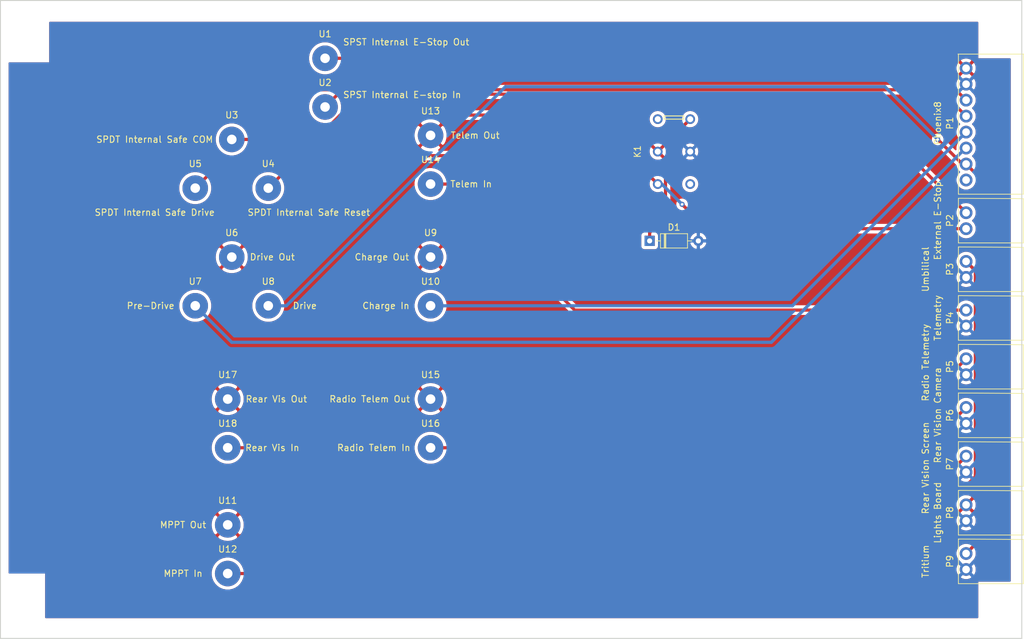
<source format=kicad_pcb>
(kicad_pcb (version 20171130) (host pcbnew "(5.1.8-0-10_14)")

  (general
    (thickness 1.6)
    (drawings 8)
    (tracks 75)
    (zones 0)
    (modules 33)
    (nets 21)
  )

  (page A4)
  (layers
    (0 F.Cu signal)
    (31 B.Cu signal)
    (32 B.Adhes user)
    (33 F.Adhes user)
    (34 B.Paste user)
    (35 F.Paste user)
    (36 B.SilkS user)
    (37 F.SilkS user)
    (38 B.Mask user)
    (39 F.Mask user)
    (40 Dwgs.User user)
    (41 Cmts.User user)
    (42 Eco1.User user)
    (43 Eco2.User user)
    (44 Edge.Cuts user)
    (45 Margin user)
    (46 B.CrtYd user)
    (47 F.CrtYd user)
    (48 B.Fab user)
    (49 F.Fab user)
  )

  (setup
    (last_trace_width 0.5)
    (trace_clearance 0.2)
    (zone_clearance 0.508)
    (zone_45_only no)
    (trace_min 0.2)
    (via_size 0.8)
    (via_drill 0.4)
    (via_min_size 0.4)
    (via_min_drill 0.3)
    (uvia_size 0.3)
    (uvia_drill 0.1)
    (uvias_allowed no)
    (uvia_min_size 0.2)
    (uvia_min_drill 0.1)
    (edge_width 0.15)
    (segment_width 0.2)
    (pcb_text_width 0.3)
    (pcb_text_size 1.5 1.5)
    (mod_edge_width 0.15)
    (mod_text_size 1 1)
    (mod_text_width 0.15)
    (pad_size 1.524 1.524)
    (pad_drill 0.762)
    (pad_to_mask_clearance 0.2)
    (aux_axis_origin 0 0)
    (grid_origin 55.08 144.93)
    (visible_elements 7FFFFFFF)
    (pcbplotparams
      (layerselection 0x010fc_ffffffff)
      (usegerberextensions false)
      (usegerberattributes false)
      (usegerberadvancedattributes false)
      (creategerberjobfile false)
      (excludeedgelayer true)
      (linewidth 0.100000)
      (plotframeref false)
      (viasonmask false)
      (mode 1)
      (useauxorigin false)
      (hpglpennumber 1)
      (hpglpenspeed 20)
      (hpglpendiameter 15.000000)
      (psnegative false)
      (psa4output false)
      (plotreference true)
      (plotvalue true)
      (plotinvisibletext false)
      (padsonsilk false)
      (subtractmaskfromsilk false)
      (outputformat 1)
      (mirror false)
      (drillshape 0)
      (scaleselection 1)
      (outputdirectory "PowerGerber/"))
  )

  (net 0 "")
  (net 1 "Net-(MK1-Pad1)")
  (net 2 "Net-(MK2-Pad1)")
  (net 3 "Net-(MK3-Pad1)")
  (net 4 "Net-(MK4-Pad1)")
  (net 5 "Net-(D1-Pad1)")
  (net 6 GND)
  (net 7 "Net-(K1-Pad1)")
  (net 8 "Net-(K1-Pad5)")
  (net 9 "Net-(P1-Pad8)")
  (net 10 Drive)
  (net 11 Pre-Drive)
  (net 12 Charge)
  (net 13 SSOut)
  (net 14 +12V)
  (net 15 "Net-(P1-Pad3)")
  (net 16 "Net-(P2-Pad1)")
  (net 17 "Net-(P3-Pad1)")
  (net 18 "Net-(P4-Pad1)")
  (net 19 "Net-(P5-Pad1)")
  (net 20 "Net-(P6-Pad1)")

  (net_class Default "This is the default net class."
    (clearance 0.2)
    (trace_width 0.5)
    (via_dia 0.8)
    (via_drill 0.4)
    (uvia_dia 0.3)
    (uvia_drill 0.1)
    (add_net +12V)
    (add_net Charge)
    (add_net Drive)
    (add_net GND)
    (add_net "Net-(D1-Pad1)")
    (add_net "Net-(K1-Pad1)")
    (add_net "Net-(K1-Pad5)")
    (add_net "Net-(MK1-Pad1)")
    (add_net "Net-(MK2-Pad1)")
    (add_net "Net-(MK3-Pad1)")
    (add_net "Net-(MK4-Pad1)")
    (add_net "Net-(P1-Pad3)")
    (add_net "Net-(P1-Pad8)")
    (add_net "Net-(P2-Pad1)")
    (add_net "Net-(P3-Pad1)")
    (add_net "Net-(P4-Pad1)")
    (add_net "Net-(P5-Pad1)")
    (add_net "Net-(P6-Pad1)")
    (add_net Pre-Drive)
    (add_net SSOut)
  )

  (module Diode_THT:D_DO-35_SOD27_P7.62mm_Horizontal (layer F.Cu) (tedit 5AE50CD5) (tstamp 5D75859C)
    (at 156.68 82.7)
    (descr "Diode, DO-35_SOD27 series, Axial, Horizontal, pin pitch=7.62mm, , length*diameter=4*2mm^2, , http://www.diodes.com/_files/packages/DO-35.pdf")
    (tags "Diode DO-35_SOD27 series Axial Horizontal pin pitch 7.62mm  length 4mm diameter 2mm")
    (path /5D768E06)
    (fp_text reference D1 (at 3.81 -2.12) (layer F.SilkS)
      (effects (font (size 1 1) (thickness 0.15)))
    )
    (fp_text value 1N914 (at 3.81 2.12) (layer F.Fab)
      (effects (font (size 1 1) (thickness 0.15)))
    )
    (fp_line (start 8.67 -1.25) (end -1.05 -1.25) (layer F.CrtYd) (width 0.05))
    (fp_line (start 8.67 1.25) (end 8.67 -1.25) (layer F.CrtYd) (width 0.05))
    (fp_line (start -1.05 1.25) (end 8.67 1.25) (layer F.CrtYd) (width 0.05))
    (fp_line (start -1.05 -1.25) (end -1.05 1.25) (layer F.CrtYd) (width 0.05))
    (fp_line (start 2.29 -1.12) (end 2.29 1.12) (layer F.SilkS) (width 0.12))
    (fp_line (start 2.53 -1.12) (end 2.53 1.12) (layer F.SilkS) (width 0.12))
    (fp_line (start 2.41 -1.12) (end 2.41 1.12) (layer F.SilkS) (width 0.12))
    (fp_line (start 6.58 0) (end 5.93 0) (layer F.SilkS) (width 0.12))
    (fp_line (start 1.04 0) (end 1.69 0) (layer F.SilkS) (width 0.12))
    (fp_line (start 5.93 -1.12) (end 1.69 -1.12) (layer F.SilkS) (width 0.12))
    (fp_line (start 5.93 1.12) (end 5.93 -1.12) (layer F.SilkS) (width 0.12))
    (fp_line (start 1.69 1.12) (end 5.93 1.12) (layer F.SilkS) (width 0.12))
    (fp_line (start 1.69 -1.12) (end 1.69 1.12) (layer F.SilkS) (width 0.12))
    (fp_line (start 2.31 -1) (end 2.31 1) (layer F.Fab) (width 0.1))
    (fp_line (start 2.51 -1) (end 2.51 1) (layer F.Fab) (width 0.1))
    (fp_line (start 2.41 -1) (end 2.41 1) (layer F.Fab) (width 0.1))
    (fp_line (start 7.62 0) (end 5.81 0) (layer F.Fab) (width 0.1))
    (fp_line (start 0 0) (end 1.81 0) (layer F.Fab) (width 0.1))
    (fp_line (start 5.81 -1) (end 1.81 -1) (layer F.Fab) (width 0.1))
    (fp_line (start 5.81 1) (end 5.81 -1) (layer F.Fab) (width 0.1))
    (fp_line (start 1.81 1) (end 5.81 1) (layer F.Fab) (width 0.1))
    (fp_line (start 1.81 -1) (end 1.81 1) (layer F.Fab) (width 0.1))
    (fp_text user %R (at 4.11 0) (layer F.Fab)
      (effects (font (size 0.8 0.8) (thickness 0.12)))
    )
    (pad 1 thru_hole rect (at 0 0) (size 1.6 1.6) (drill 0.8) (layers *.Cu *.Mask)
      (net 5 "Net-(D1-Pad1)"))
    (pad 2 thru_hole oval (at 7.62 0) (size 1.6 1.6) (drill 0.8) (layers *.Cu *.Mask)
      (net 6 GND))
    (model ${KISYS3DMOD}/Diode_THT.3dshapes/D_DO-35_SOD27_P7.62mm_Horizontal.wrl
      (at (xyz 0 0 0))
      (scale (xyz 1 1 1))
      (rotate (xyz 0 0 0))
    )
  )

  (module "DUEMRelays:V23026 MONO" (layer F.Cu) (tedit 5D71726E) (tstamp 5D7585AE)
    (at 160.49 68.73 270)
    (path /5D75711D)
    (fp_text reference K1 (at 0 5.715 90) (layer F.SilkS)
      (effects (font (size 1 1) (thickness 0.15)))
    )
    (fp_text value V23026 (at 0 -5.715 90) (layer F.Fab)
      (effects (font (size 1 1) (thickness 0.15)))
    )
    (fp_line (start -5.588 -1.524) (end -5.08 -1.524) (layer F.SilkS) (width 0.15))
    (fp_line (start -5.588 1.524) (end -5.588 -1.524) (layer F.SilkS) (width 0.15))
    (fp_line (start -5.08 1.524) (end -5.588 1.524) (layer F.SilkS) (width 0.15))
    (fp_line (start -5.08 -1.524) (end -5.08 1.524) (layer F.SilkS) (width 0.15))
    (fp_line (start 6.58 -3.8) (end 6.58 3.8) (layer F.CrtYd) (width 0.15))
    (fp_line (start -6.58 -3.8) (end -6.58 3.8) (layer F.CrtYd) (width 0.15))
    (fp_line (start 6.58 -3.8) (end -6.58 -3.8) (layer F.CrtYd) (width 0.15))
    (fp_line (start -6.58 3.8) (end 6.58 3.8) (layer F.CrtYd) (width 0.15))
    (pad 1 thru_hole circle (at -5.08 2.54 270) (size 1.524 1.524) (drill 0.95) (layers *.Cu *.Mask)
      (net 7 "Net-(K1-Pad1)"))
    (pad 3 thru_hole circle (at 0 2.54 270) (size 1.524 1.524) (drill 0.95) (layers *.Cu *.Mask)
      (net 5 "Net-(D1-Pad1)"))
    (pad 5 thru_hole circle (at 5.08 2.54 270) (size 1.524 1.524) (drill 0.95) (layers *.Cu *.Mask)
      (net 8 "Net-(K1-Pad5)"))
    (pad 6 thru_hole circle (at 5.08 -2.54 270) (size 1.524 1.524) (drill 0.95) (layers *.Cu *.Mask))
    (pad 8 thru_hole circle (at 0 -2.54 270) (size 1.524 1.524) (drill 0.95) (layers *.Cu *.Mask)
      (net 6 GND))
    (pad 10 thru_hole circle (at -5.08 -2.54 270) (size 1.524 1.524) (drill 0.95) (layers *.Cu *.Mask)
      (net 5 "Net-(D1-Pad1)"))
  )

  (module Connector_Wire:SolderWirePad_1x01_Drill1.5mm (layer F.Cu) (tedit 5AEE5EB3) (tstamp 5D7586D2)
    (at 122.39 115.085)
    (descr "Wire solder connection")
    (tags connector)
    (path /5D79C8B4)
    (attr virtual)
    (fp_text reference U16 (at 0 -3.81) (layer F.SilkS)
      (effects (font (size 1 1) (thickness 0.15)))
    )
    (fp_text value "Radio Telem In" (at -8.89 0) (layer F.SilkS)
      (effects (font (size 1 1) (thickness 0.15)))
    )
    (fp_line (start -2.5 -2.5) (end 2.5 -2.5) (layer F.CrtYd) (width 0.05))
    (fp_line (start -2.5 -2.5) (end -2.5 2.5) (layer F.CrtYd) (width 0.05))
    (fp_line (start 2.5 2.5) (end 2.5 -2.5) (layer F.CrtYd) (width 0.05))
    (fp_line (start 2.5 2.5) (end -2.5 2.5) (layer F.CrtYd) (width 0.05))
    (fp_text user %R (at 0 0) (layer F.Fab)
      (effects (font (size 1 1) (thickness 0.15)))
    )
    (pad 1 thru_hole circle (at 0 0) (size 4.0005 4.0005) (drill 1.50114) (layers *.Cu *.Mask)
      (net 19 "Net-(P5-Pad1)"))
  )

  (module Connector_Wire:SolderWirePad_1x01_Drill1.5mm (layer F.Cu) (tedit 5AEE5EB3) (tstamp 5D7586AA)
    (at 90.64 134.77)
    (descr "Wire solder connection")
    (tags connector)
    (path /5D77FCE8)
    (attr virtual)
    (fp_text reference U12 (at 0 -3.81) (layer F.SilkS)
      (effects (font (size 1 1) (thickness 0.15)))
    )
    (fp_text value "MPPT In" (at -6.985 0) (layer F.SilkS)
      (effects (font (size 1 1) (thickness 0.15)))
    )
    (fp_line (start 2.5 2.5) (end -2.5 2.5) (layer F.CrtYd) (width 0.05))
    (fp_line (start 2.5 2.5) (end 2.5 -2.5) (layer F.CrtYd) (width 0.05))
    (fp_line (start -2.5 -2.5) (end -2.5 2.5) (layer F.CrtYd) (width 0.05))
    (fp_line (start -2.5 -2.5) (end 2.5 -2.5) (layer F.CrtYd) (width 0.05))
    (fp_text user %R (at 0 0) (layer F.Fab)
      (effects (font (size 1 1) (thickness 0.15)))
    )
    (pad 1 thru_hole circle (at 0 0) (size 4.0005 4.0005) (drill 1.50114) (layers *.Cu *.Mask)
      (net 17 "Net-(P3-Pad1)"))
  )

  (module Connector_Wire:SolderWirePad_1x01_Drill1.5mm (layer F.Cu) (tedit 5AEE5EB3) (tstamp 5D758678)
    (at 85.56 92.86)
    (descr "Wire solder connection")
    (tags connector)
    (path /5D770A0E)
    (attr virtual)
    (fp_text reference U7 (at 0 -3.81) (layer F.SilkS)
      (effects (font (size 1 1) (thickness 0.15)))
    )
    (fp_text value Pre-Drive (at -6.985 0) (layer F.SilkS)
      (effects (font (size 1 1) (thickness 0.15)))
    )
    (fp_line (start -2.5 -2.5) (end 2.5 -2.5) (layer F.CrtYd) (width 0.05))
    (fp_line (start -2.5 -2.5) (end -2.5 2.5) (layer F.CrtYd) (width 0.05))
    (fp_line (start 2.5 2.5) (end 2.5 -2.5) (layer F.CrtYd) (width 0.05))
    (fp_line (start 2.5 2.5) (end -2.5 2.5) (layer F.CrtYd) (width 0.05))
    (fp_text user %R (at 0 0) (layer F.Fab)
      (effects (font (size 1 1) (thickness 0.15)))
    )
    (pad 1 thru_hole circle (at 0 0) (size 4.0005 4.0005) (drill 1.50114) (layers *.Cu *.Mask)
      (net 11 Pre-Drive))
  )

  (module Connector_Wire:SolderWirePad_1x01_Drill1.5mm (layer F.Cu) (tedit 5AEE5EB3) (tstamp 5D758664)
    (at 85.56 74.445)
    (descr "Wire solder connection")
    (tags connector)
    (path /5D75D43B)
    (attr virtual)
    (fp_text reference U5 (at 0 -3.81) (layer F.SilkS)
      (effects (font (size 1 1) (thickness 0.15)))
    )
    (fp_text value "SPDT Internal Safe Drive" (at -6.35 3.81) (layer F.SilkS)
      (effects (font (size 1 1) (thickness 0.15)))
    )
    (fp_line (start -2.5 -2.5) (end 2.5 -2.5) (layer F.CrtYd) (width 0.05))
    (fp_line (start -2.5 -2.5) (end -2.5 2.5) (layer F.CrtYd) (width 0.05))
    (fp_line (start 2.5 2.5) (end 2.5 -2.5) (layer F.CrtYd) (width 0.05))
    (fp_line (start 2.5 2.5) (end -2.5 2.5) (layer F.CrtYd) (width 0.05))
    (fp_text user %R (at 0 0) (layer F.Fab)
      (effects (font (size 1 1) (thickness 0.15)))
    )
    (pad 1 thru_hole circle (at 0 0) (size 4.0005 4.0005) (drill 1.50114) (layers *.Cu *.Mask)
      (net 13 SSOut))
  )

  (module Connector_Wire:SolderWirePad_1x01_Drill1.5mm (layer F.Cu) (tedit 5AEE5EB3) (tstamp 5D7586C8)
    (at 122.39 107.465)
    (descr "Wire solder connection")
    (tags connector)
    (path /5D79C8AE)
    (attr virtual)
    (fp_text reference U15 (at 0 -3.81) (layer F.SilkS)
      (effects (font (size 1 1) (thickness 0.15)))
    )
    (fp_text value "Radio Telem Out" (at -9.525 0) (layer F.SilkS)
      (effects (font (size 1 1) (thickness 0.15)))
    )
    (fp_line (start 2.5 2.5) (end -2.5 2.5) (layer F.CrtYd) (width 0.05))
    (fp_line (start 2.5 2.5) (end 2.5 -2.5) (layer F.CrtYd) (width 0.05))
    (fp_line (start -2.5 -2.5) (end -2.5 2.5) (layer F.CrtYd) (width 0.05))
    (fp_line (start -2.5 -2.5) (end 2.5 -2.5) (layer F.CrtYd) (width 0.05))
    (fp_text user %R (at 0 0) (layer F.Fab)
      (effects (font (size 1 1) (thickness 0.15)))
    )
    (pad 1 thru_hole circle (at 0 0) (size 4.0005 4.0005) (drill 1.50114) (layers *.Cu *.Mask)
      (net 14 +12V))
  )

  (module Connector_Wire:SolderWirePad_1x01_Drill1.5mm (layer F.Cu) (tedit 5AEE5EB3) (tstamp 5D7586DC)
    (at 90.64 107.465)
    (descr "Wire solder connection")
    (tags connector)
    (path /5D79E56A)
    (attr virtual)
    (fp_text reference U17 (at 0 -3.81) (layer F.SilkS)
      (effects (font (size 1 1) (thickness 0.15)))
    )
    (fp_text value "Rear Vis Out" (at 7.62 0) (layer F.SilkS)
      (effects (font (size 1 1) (thickness 0.15)))
    )
    (fp_line (start 2.5 2.5) (end -2.5 2.5) (layer F.CrtYd) (width 0.05))
    (fp_line (start 2.5 2.5) (end 2.5 -2.5) (layer F.CrtYd) (width 0.05))
    (fp_line (start -2.5 -2.5) (end -2.5 2.5) (layer F.CrtYd) (width 0.05))
    (fp_line (start -2.5 -2.5) (end 2.5 -2.5) (layer F.CrtYd) (width 0.05))
    (fp_text user %R (at 0 0) (layer F.Fab)
      (effects (font (size 1 1) (thickness 0.15)))
    )
    (pad 1 thru_hole circle (at 0 0) (size 4.0005 4.0005) (drill 1.50114) (layers *.Cu *.Mask)
      (net 14 +12V))
  )

  (module Connector_Wire:SolderWirePad_1x01_Drill1.5mm (layer F.Cu) (tedit 5AEE5EB3) (tstamp 5D7586B4)
    (at 122.39 66.19)
    (descr "Wire solder connection")
    (tags connector)
    (path /5D792A8D)
    (attr virtual)
    (fp_text reference U13 (at 0 -3.81) (layer F.SilkS)
      (effects (font (size 1 1) (thickness 0.15)))
    )
    (fp_text value "Telem Out" (at 6.985 0) (layer F.SilkS)
      (effects (font (size 1 1) (thickness 0.15)))
    )
    (fp_line (start -2.5 -2.5) (end 2.5 -2.5) (layer F.CrtYd) (width 0.05))
    (fp_line (start -2.5 -2.5) (end -2.5 2.5) (layer F.CrtYd) (width 0.05))
    (fp_line (start 2.5 2.5) (end 2.5 -2.5) (layer F.CrtYd) (width 0.05))
    (fp_line (start 2.5 2.5) (end -2.5 2.5) (layer F.CrtYd) (width 0.05))
    (fp_text user %R (at 0 0) (layer F.Fab)
      (effects (font (size 1 1) (thickness 0.15)))
    )
    (pad 1 thru_hole circle (at 0 0) (size 4.0005 4.0005) (drill 1.50114) (layers *.Cu *.Mask)
      (net 14 +12V))
  )

  (module Connector_Wire:SolderWirePad_1x01_Drill1.5mm (layer F.Cu) (tedit 5AEE5EB3) (tstamp 5D75863C)
    (at 105.88 54.125)
    (descr "Wire solder connection")
    (tags connector)
    (path /5D752501)
    (attr virtual)
    (fp_text reference U1 (at 0 -3.81) (layer F.SilkS)
      (effects (font (size 1 1) (thickness 0.15)))
    )
    (fp_text value "SPST Internal E-Stop Out" (at 12.7 -2.54) (layer F.SilkS)
      (effects (font (size 1 1) (thickness 0.15)))
    )
    (fp_line (start -2.5 -2.5) (end 2.5 -2.5) (layer F.CrtYd) (width 0.05))
    (fp_line (start -2.5 -2.5) (end -2.5 2.5) (layer F.CrtYd) (width 0.05))
    (fp_line (start 2.5 2.5) (end 2.5 -2.5) (layer F.CrtYd) (width 0.05))
    (fp_line (start 2.5 2.5) (end -2.5 2.5) (layer F.CrtYd) (width 0.05))
    (fp_text user %R (at 0 0) (layer F.Fab)
      (effects (font (size 1 1) (thickness 0.15)))
    )
    (pad 1 thru_hole circle (at 0 0) (size 4.0005 4.0005) (drill 1.50114) (layers *.Cu *.Mask)
      (net 15 "Net-(P1-Pad3)"))
  )

  (module Connector_Wire:SolderWirePad_1x01_Drill1.5mm (layer F.Cu) (tedit 5AEE5EB3) (tstamp 5D758650)
    (at 91.275 66.825)
    (descr "Wire solder connection")
    (tags connector)
    (path /5D75C355)
    (attr virtual)
    (fp_text reference U3 (at 0 -3.81) (layer F.SilkS)
      (effects (font (size 1 1) (thickness 0.15)))
    )
    (fp_text value "SPDT Internal Safe COM" (at -12.065 0) (layer F.SilkS)
      (effects (font (size 1 1) (thickness 0.15)))
    )
    (fp_line (start -2.5 -2.5) (end 2.5 -2.5) (layer F.CrtYd) (width 0.05))
    (fp_line (start -2.5 -2.5) (end -2.5 2.5) (layer F.CrtYd) (width 0.05))
    (fp_line (start 2.5 2.5) (end 2.5 -2.5) (layer F.CrtYd) (width 0.05))
    (fp_line (start 2.5 2.5) (end -2.5 2.5) (layer F.CrtYd) (width 0.05))
    (fp_text user %R (at 0 0) (layer F.Fab)
      (effects (font (size 1 1) (thickness 0.15)))
    )
    (pad 1 thru_hole circle (at 0 0) (size 4.0005 4.0005) (drill 1.50114) (layers *.Cu *.Mask)
      (net 5 "Net-(D1-Pad1)"))
  )

  (module Connector_Wire:SolderWirePad_1x01_Drill1.5mm (layer F.Cu) (tedit 5AEE5EB3) (tstamp 5D75866E)
    (at 91.275 85.24)
    (descr "Wire solder connection")
    (tags connector)
    (path /5D76F74C)
    (attr virtual)
    (fp_text reference U6 (at 0 -3.81) (layer F.SilkS)
      (effects (font (size 1 1) (thickness 0.15)))
    )
    (fp_text value "Drive Out" (at 6.35 0) (layer F.SilkS)
      (effects (font (size 1 1) (thickness 0.15)))
    )
    (fp_line (start 2.5 2.5) (end -2.5 2.5) (layer F.CrtYd) (width 0.05))
    (fp_line (start 2.5 2.5) (end 2.5 -2.5) (layer F.CrtYd) (width 0.05))
    (fp_line (start -2.5 -2.5) (end -2.5 2.5) (layer F.CrtYd) (width 0.05))
    (fp_line (start -2.5 -2.5) (end 2.5 -2.5) (layer F.CrtYd) (width 0.05))
    (fp_text user %R (at 0 0) (layer F.Fab)
      (effects (font (size 1 1) (thickness 0.15)))
    )
    (pad 1 thru_hole circle (at 0 0) (size 4.0005 4.0005) (drill 1.50114) (layers *.Cu *.Mask)
      (net 14 +12V))
  )

  (module Connector_Wire:SolderWirePad_1x01_Drill1.5mm (layer F.Cu) (tedit 5AEE5EB3) (tstamp 5D758682)
    (at 96.99 92.86)
    (descr "Wire solder connection")
    (tags connector)
    (path /5D770FF9)
    (attr virtual)
    (fp_text reference U8 (at 0 -3.81) (layer F.SilkS)
      (effects (font (size 1 1) (thickness 0.15)))
    )
    (fp_text value Drive (at 5.715 0) (layer F.SilkS)
      (effects (font (size 1 1) (thickness 0.15)))
    )
    (fp_line (start 2.5 2.5) (end -2.5 2.5) (layer F.CrtYd) (width 0.05))
    (fp_line (start 2.5 2.5) (end 2.5 -2.5) (layer F.CrtYd) (width 0.05))
    (fp_line (start -2.5 -2.5) (end -2.5 2.5) (layer F.CrtYd) (width 0.05))
    (fp_line (start -2.5 -2.5) (end 2.5 -2.5) (layer F.CrtYd) (width 0.05))
    (fp_text user %R (at 0 0) (layer F.Fab)
      (effects (font (size 1 1) (thickness 0.15)))
    )
    (pad 1 thru_hole circle (at 0 0) (size 4.0005 4.0005) (drill 1.50114) (layers *.Cu *.Mask)
      (net 10 Drive))
  )

  (module Connector_Wire:SolderWirePad_1x01_Drill1.5mm (layer F.Cu) (tedit 5AEE5EB3) (tstamp 5D758646)
    (at 105.88 61.745)
    (descr "Wire solder connection")
    (tags connector)
    (path /5D753938)
    (attr virtual)
    (fp_text reference U2 (at 0 -3.81) (layer F.SilkS)
      (effects (font (size 1 1) (thickness 0.15)))
    )
    (fp_text value "SPST Internal E-stop In" (at 12.065 -1.905) (layer F.SilkS)
      (effects (font (size 1 1) (thickness 0.15)))
    )
    (fp_line (start 2.5 2.5) (end -2.5 2.5) (layer F.CrtYd) (width 0.05))
    (fp_line (start 2.5 2.5) (end 2.5 -2.5) (layer F.CrtYd) (width 0.05))
    (fp_line (start -2.5 -2.5) (end -2.5 2.5) (layer F.CrtYd) (width 0.05))
    (fp_line (start -2.5 -2.5) (end 2.5 -2.5) (layer F.CrtYd) (width 0.05))
    (fp_text user %R (at 0 0) (layer F.Fab)
      (effects (font (size 1 1) (thickness 0.15)))
    )
    (pad 1 thru_hole circle (at 0 0) (size 4.0005 4.0005) (drill 1.50114) (layers *.Cu *.Mask)
      (net 16 "Net-(P2-Pad1)"))
  )

  (module Connector_Wire:SolderWirePad_1x01_Drill1.5mm (layer F.Cu) (tedit 5AEE5EB3) (tstamp 5D75868C)
    (at 122.39 85.24)
    (descr "Wire solder connection")
    (tags connector)
    (path /5D77488F)
    (attr virtual)
    (fp_text reference U9 (at 0 -3.81) (layer F.SilkS)
      (effects (font (size 1 1) (thickness 0.15)))
    )
    (fp_text value "Charge Out" (at -7.62 0) (layer F.SilkS)
      (effects (font (size 1 1) (thickness 0.15)))
    )
    (fp_line (start -2.5 -2.5) (end 2.5 -2.5) (layer F.CrtYd) (width 0.05))
    (fp_line (start -2.5 -2.5) (end -2.5 2.5) (layer F.CrtYd) (width 0.05))
    (fp_line (start 2.5 2.5) (end 2.5 -2.5) (layer F.CrtYd) (width 0.05))
    (fp_line (start 2.5 2.5) (end -2.5 2.5) (layer F.CrtYd) (width 0.05))
    (fp_text user %R (at 0 0) (layer F.Fab)
      (effects (font (size 1 1) (thickness 0.15)))
    )
    (pad 1 thru_hole circle (at 0 0) (size 4.0005 4.0005) (drill 1.50114) (layers *.Cu *.Mask)
      (net 14 +12V))
  )

  (module Connector_Wire:SolderWirePad_1x01_Drill1.5mm (layer F.Cu) (tedit 5AEE5EB3) (tstamp 5D758696)
    (at 122.39 92.86)
    (descr "Wire solder connection")
    (tags connector)
    (path /5D774F43)
    (attr virtual)
    (fp_text reference U10 (at 0 -3.81) (layer F.SilkS)
      (effects (font (size 1 1) (thickness 0.15)))
    )
    (fp_text value "Charge In" (at -6.985 0) (layer F.SilkS)
      (effects (font (size 1 1) (thickness 0.15)))
    )
    (fp_line (start 2.5 2.5) (end -2.5 2.5) (layer F.CrtYd) (width 0.05))
    (fp_line (start 2.5 2.5) (end 2.5 -2.5) (layer F.CrtYd) (width 0.05))
    (fp_line (start -2.5 -2.5) (end -2.5 2.5) (layer F.CrtYd) (width 0.05))
    (fp_line (start -2.5 -2.5) (end 2.5 -2.5) (layer F.CrtYd) (width 0.05))
    (fp_text user %R (at 0 0) (layer F.Fab)
      (effects (font (size 1 1) (thickness 0.15)))
    )
    (pad 1 thru_hole circle (at 0 0) (size 4.0005 4.0005) (drill 1.50114) (layers *.Cu *.Mask)
      (net 12 Charge))
  )

  (module Connector_Wire:SolderWirePad_1x01_Drill1.5mm (layer F.Cu) (tedit 5AEE5EB3) (tstamp 5D7586A0)
    (at 90.64 127.15)
    (descr "Wire solder connection")
    (tags connector)
    (path /5D77FCE2)
    (attr virtual)
    (fp_text reference U11 (at 0 -3.81) (layer F.SilkS)
      (effects (font (size 1 1) (thickness 0.15)))
    )
    (fp_text value "MPPT Out" (at -6.985 0) (layer F.SilkS)
      (effects (font (size 1 1) (thickness 0.15)))
    )
    (fp_line (start -2.5 -2.5) (end 2.5 -2.5) (layer F.CrtYd) (width 0.05))
    (fp_line (start -2.5 -2.5) (end -2.5 2.5) (layer F.CrtYd) (width 0.05))
    (fp_line (start 2.5 2.5) (end 2.5 -2.5) (layer F.CrtYd) (width 0.05))
    (fp_line (start 2.5 2.5) (end -2.5 2.5) (layer F.CrtYd) (width 0.05))
    (fp_text user %R (at 0 0) (layer F.Fab)
      (effects (font (size 1 1) (thickness 0.15)))
    )
    (pad 1 thru_hole circle (at 0 0) (size 4.0005 4.0005) (drill 1.50114) (layers *.Cu *.Mask)
      (net 14 +12V))
  )

  (module Connector_Wire:SolderWirePad_1x01_Drill1.5mm (layer F.Cu) (tedit 5AEE5EB3) (tstamp 5D75865A)
    (at 96.99 74.445)
    (descr "Wire solder connection")
    (tags connector)
    (path /5D75C985)
    (attr virtual)
    (fp_text reference U4 (at 0 -3.81) (layer F.SilkS)
      (effects (font (size 1 1) (thickness 0.15)))
    )
    (fp_text value "SPDT Internal Safe Reset" (at 6.35 3.81) (layer F.SilkS)
      (effects (font (size 1 1) (thickness 0.15)))
    )
    (fp_line (start 2.5 2.5) (end -2.5 2.5) (layer F.CrtYd) (width 0.05))
    (fp_line (start 2.5 2.5) (end 2.5 -2.5) (layer F.CrtYd) (width 0.05))
    (fp_line (start -2.5 -2.5) (end -2.5 2.5) (layer F.CrtYd) (width 0.05))
    (fp_line (start -2.5 -2.5) (end 2.5 -2.5) (layer F.CrtYd) (width 0.05))
    (fp_text user %R (at 0 0) (layer F.Fab)
      (effects (font (size 1 1) (thickness 0.15)))
    )
    (pad 1 thru_hole circle (at 0 0) (size 4.0005 4.0005) (drill 1.50114) (layers *.Cu *.Mask)
      (net 8 "Net-(K1-Pad5)"))
  )

  (module Connector_Wire:SolderWirePad_1x01_Drill1.5mm (layer F.Cu) (tedit 5AEE5EB3) (tstamp 5D7586BE)
    (at 122.39 73.81)
    (descr "Wire solder connection")
    (tags connector)
    (path /5D792A93)
    (attr virtual)
    (fp_text reference U14 (at 0 -3.81) (layer F.SilkS)
      (effects (font (size 1 1) (thickness 0.15)))
    )
    (fp_text value "Telem In" (at 6.35 0) (layer F.SilkS)
      (effects (font (size 1 1) (thickness 0.15)))
    )
    (fp_line (start 2.5 2.5) (end -2.5 2.5) (layer F.CrtYd) (width 0.05))
    (fp_line (start 2.5 2.5) (end 2.5 -2.5) (layer F.CrtYd) (width 0.05))
    (fp_line (start -2.5 -2.5) (end -2.5 2.5) (layer F.CrtYd) (width 0.05))
    (fp_line (start -2.5 -2.5) (end 2.5 -2.5) (layer F.CrtYd) (width 0.05))
    (fp_text user %R (at 0 0) (layer F.Fab)
      (effects (font (size 1 1) (thickness 0.15)))
    )
    (pad 1 thru_hole circle (at 0 0) (size 4.0005 4.0005) (drill 1.50114) (layers *.Cu *.Mask)
      (net 18 "Net-(P4-Pad1)"))
  )

  (module Connector_Wire:SolderWirePad_1x01_Drill1.5mm (layer F.Cu) (tedit 5AEE5EB3) (tstamp 5D7586E6)
    (at 90.64 115.085)
    (descr "Wire solder connection")
    (tags connector)
    (path /5D79E570)
    (attr virtual)
    (fp_text reference U18 (at 0 -3.81) (layer F.SilkS)
      (effects (font (size 1 1) (thickness 0.15)))
    )
    (fp_text value "Rear Vis In" (at 6.985 0) (layer F.SilkS)
      (effects (font (size 1 1) (thickness 0.15)))
    )
    (fp_line (start -2.5 -2.5) (end 2.5 -2.5) (layer F.CrtYd) (width 0.05))
    (fp_line (start -2.5 -2.5) (end -2.5 2.5) (layer F.CrtYd) (width 0.05))
    (fp_line (start 2.5 2.5) (end 2.5 -2.5) (layer F.CrtYd) (width 0.05))
    (fp_line (start 2.5 2.5) (end -2.5 2.5) (layer F.CrtYd) (width 0.05))
    (fp_text user %R (at 0 0) (layer F.Fab)
      (effects (font (size 1 1) (thickness 0.15)))
    )
    (pad 1 thru_hole circle (at 0 0) (size 4.0005 4.0005) (drill 1.50114) (layers *.Cu *.Mask)
      (net 20 "Net-(P6-Pad1)"))
  )

  (module Mounting_Holes:MountingHole_2.7mm (layer F.Cu) (tedit 5A6CF9C5) (tstamp 597559B3)
    (at 58.6 139.45)
    (descr "Mounting Hole 2.7mm, no annular")
    (tags "mounting hole 2.7mm no annular")
    (path /5A6CFFFA)
    (fp_text reference MK3 (at 0 -3.7) (layer F.SilkS) hide
      (effects (font (size 1 1) (thickness 0.15)))
    )
    (fp_text value Mounting_Hole_PAD (at 0 3.7) (layer F.Fab) hide
      (effects (font (size 1 1) (thickness 0.15)))
    )
    (fp_circle (center 0 0) (end 2.95 0) (layer F.CrtYd) (width 0.05))
    (fp_circle (center 0 0) (end 2.7 0) (layer Cmts.User) (width 0.15))
    (pad 1 np_thru_hole circle (at 0 0) (size 2.7 2.7) (drill 2.7) (layers *.Cu *.Mask)
      (net 3 "Net-(MK3-Pad1)"))
  )

  (module Mounting_Holes:MountingHole_2.7mm (layer F.Cu) (tedit 5A6CF9B3) (tstamp 59755B13)
    (at 58.6 50.55)
    (descr "Mounting Hole 2.7mm, no annular")
    (tags "mounting hole 2.7mm no annular")
    (path /5A6CFED2)
    (fp_text reference MK1 (at 0 -3.7) (layer F.SilkS) hide
      (effects (font (size 1 1) (thickness 0.15)))
    )
    (fp_text value Mounting_Hole_PAD (at 0 3.7) (layer F.Fab) hide
      (effects (font (size 1 1) (thickness 0.15)))
    )
    (fp_circle (center 0 0) (end 2.95 0) (layer F.CrtYd) (width 0.05))
    (fp_circle (center 0 0) (end 2.7 0) (layer Cmts.User) (width 0.15))
    (pad 1 np_thru_hole circle (at 0 0) (size 2.7 2.7) (drill 2.7) (layers *.Cu *.Mask)
      (net 1 "Net-(MK1-Pad1)"))
  )

  (module Mounting_Holes:MountingHole_2.7mm (layer F.Cu) (tedit 5A6CF9D1) (tstamp 59755F5D)
    (at 212.24 139.45)
    (descr "Mounting Hole 2.7mm, no annular")
    (tags "mounting hole 2.7mm no annular")
    (path /5A6D003F)
    (fp_text reference MK4 (at 0 -3.7) (layer F.SilkS) hide
      (effects (font (size 1 1) (thickness 0.15)))
    )
    (fp_text value Mounting_Hole_PAD (at 0 3.7) (layer F.Fab) hide
      (effects (font (size 1 1) (thickness 0.15)))
    )
    (fp_circle (center 0 0) (end 2.95 0) (layer F.CrtYd) (width 0.05))
    (fp_circle (center 0 0) (end 2.7 0) (layer Cmts.User) (width 0.15))
    (pad 1 np_thru_hole circle (at 0 0) (size 2.7 2.7) (drill 2.7) (layers *.Cu *.Mask)
      (net 4 "Net-(MK4-Pad1)"))
  )

  (module Mounting_Holes:MountingHole_2.7mm (layer F.Cu) (tedit 5A6CF9BC) (tstamp 59755F56)
    (at 212.24 50.55)
    (descr "Mounting Hole 2.7mm, no annular")
    (tags "mounting hole 2.7mm no annular")
    (path /5A6CFF98)
    (fp_text reference MK2 (at 0 -3.7) (layer F.SilkS) hide
      (effects (font (size 1 1) (thickness 0.15)))
    )
    (fp_text value Mounting_Hole_PAD (at 0 3.7) (layer F.Fab) hide
      (effects (font (size 1 1) (thickness 0.15)))
    )
    (fp_circle (center 0 0) (end 2.95 0) (layer F.CrtYd) (width 0.05))
    (fp_circle (center 0 0) (end 2.7 0) (layer Cmts.User) (width 0.15))
    (pad 1 np_thru_hole circle (at 0 0) (size 2.7 2.7) (drill 2.7) (layers *.Cu *.Mask)
      (net 2 "Net-(MK2-Pad1)"))
  )

  (module PhoenixSmol:PhoenixSmol8 (layer F.Cu) (tedit 5D752BF1) (tstamp 5D7585C2)
    (at 206.21 73.175 90)
    (descr "Terminal Block Phoenix MKDS-1,5-2, 2 pins, pitch 5mm, size 10x9.8mm^2, drill diamater 1.3mm, pad diameter 2.6mm, see http://www.farnell.com/datasheets/100425.pdf, script-generated using https://github.com/pointhi/kicad-footprint-generator/scripts/TerminalBlock_Phoenix")
    (tags "THT Terminal Block Phoenix MKDS-1,5-2 pitch 5mm size 10x9.8mm^2 drill 1.3mm pad 2.6mm")
    (path /5D7537C4)
    (fp_text reference P1 (at 8.89 -2.54 90) (layer F.SilkS)
      (effects (font (size 1 1) (thickness 0.15)))
    )
    (fp_text value Phoenix8 (at 8.89 -4.445 90) (layer F.SilkS)
      (effects (font (size 1 1) (thickness 0.15)))
    )
    (fp_line (start 19.7 -1.27) (end 19.7 9.017) (layer F.SilkS) (width 0.12))
    (fp_line (start -2.2225 8.9535) (end -2.2225 -1.2065) (layer F.SilkS) (width 0.12))
    (fp_line (start 19.7 8.9535) (end -2.2225 8.9535) (layer F.SilkS) (width 0.12))
    (fp_line (start -2.2225 -1.2065) (end 19.7 -1.2065) (layer F.SilkS) (width 0.12))
    (fp_line (start -2.2 -1.2) (end -2.2 8.9) (layer F.Fab) (width 0.12))
    (fp_line (start 19.7 -1.2) (end 19.7 8.9) (layer F.Fab) (width 0.12))
    (fp_line (start -2.2 8.9) (end 19.7 8.9) (layer F.Fab) (width 0.12))
    (fp_line (start -2.2 -1.2) (end 19.7 -1.2) (layer F.Fab) (width 0.12))
    (pad 8 thru_hole circle (at 0 0 90) (size 2 2) (drill 1.2) (layers *.Cu *.Mask)
      (net 9 "Net-(P1-Pad8)"))
    (pad 7 thru_hole circle (at 2.5 0 90) (size 2 2) (drill 1.2) (layers *.Cu *.Mask)
      (net 10 Drive))
    (pad 6 thru_hole circle (at 5 0 90) (size 2 2) (drill 1.2) (layers *.Cu *.Mask)
      (net 11 Pre-Drive))
    (pad 5 thru_hole circle (at 7.5 0 90) (size 2 2) (drill 1.2) (layers *.Cu *.Mask)
      (net 12 Charge))
    (pad 4 thru_hole circle (at 10 0 90) (size 2 2) (drill 1.2) (layers *.Cu *.Mask)
      (net 13 SSOut))
    (pad 2 thru_hole circle (at 15 0 90) (size 2 2) (drill 1.2) (layers *.Cu *.Mask)
      (net 6 GND))
    (pad 1 thru_hole circle (at 17.5 0 90) (size 2 2) (drill 1.2) (layers *.Cu *.Mask)
      (net 14 +12V))
    (pad 3 thru_hole circle (at 12.5 0 90) (size 2 2) (drill 1.2) (layers *.Cu *.Mask)
      (net 15 "Net-(P1-Pad3)"))
    (model ${KISYS3DMOD}/TerminalBlock_Phoenix.3dshapes/TerminalBlock_Phoenix_MKDS-1,5-2_1x02_P5.00mm_Horizontal.wrl
      (at (xyz 0 0 0))
      (scale (xyz 1 1 1))
      (rotate (xyz 0 0 0))
    )
  )

  (module PhoenixSmol:PhoenixSmol2 (layer F.Cu) (tedit 5D751783) (tstamp 5D7585D0)
    (at 206.21 80.795 90)
    (descr "Terminal Block Phoenix MKDS-1,5-2, 2 pins, pitch 5mm, size 10x9.8mm^2, drill diamater 1.3mm, pad diameter 2.6mm, see http://www.farnell.com/datasheets/100425.pdf, script-generated using https://github.com/pointhi/kicad-footprint-generator/scripts/TerminalBlock_Phoenix")
    (tags "THT Terminal Block Phoenix MKDS-1,5-2 pitch 5mm size 10x9.8mm^2 drill 1.3mm pad 2.6mm")
    (path /5D752208)
    (fp_text reference P2 (at 1.27 -2.54 90) (layer F.SilkS)
      (effects (font (size 1 1) (thickness 0.15)))
    )
    (fp_text value "External E-Stop" (at 1.27 -4.445 90) (layer F.SilkS)
      (effects (font (size 1 1) (thickness 0.15)))
    )
    (fp_line (start -2.2225 8.9535) (end -2.2225 -1.2065) (layer F.SilkS) (width 0.12))
    (fp_line (start 4.699 8.9535) (end -2.2225 8.9535) (layer F.SilkS) (width 0.12))
    (fp_line (start 4.7625 -1.2065) (end 4.699 8.9535) (layer F.SilkS) (width 0.12))
    (fp_line (start -2.2225 -1.2065) (end 4.7625 -1.2065) (layer F.SilkS) (width 0.12))
    (fp_line (start -2.2 -1.2) (end -2.2 8.9) (layer F.Fab) (width 0.12))
    (fp_line (start 4.7 -1.2) (end 4.7 8.9) (layer F.Fab) (width 0.12))
    (fp_line (start -2.2 8.9) (end 4.7 8.9) (layer F.Fab) (width 0.12))
    (fp_line (start -2.2 -1.2) (end 4.7 -1.2) (layer F.Fab) (width 0.12))
    (pad 2 thru_hole circle (at 0 0 90) (size 2 2) (drill 1.2) (layers *.Cu *.Mask)
      (net 8 "Net-(K1-Pad5)"))
    (pad 1 thru_hole circle (at 2.5 0 90) (size 2 2) (drill 1.2) (layers *.Cu *.Mask)
      (net 16 "Net-(P2-Pad1)"))
    (model ${KISYS3DMOD}/TerminalBlock_Phoenix.3dshapes/TerminalBlock_Phoenix_MKDS-1,5-2_1x02_P5.00mm_Horizontal.wrl
      (at (xyz 0 0 0))
      (scale (xyz 1 1 1))
      (rotate (xyz 0 0 0))
    )
  )

  (module PhoenixSmol:PhoenixSmol2 (layer F.Cu) (tedit 5D751783) (tstamp 5D7585DE)
    (at 206.21 88.415 90)
    (descr "Terminal Block Phoenix MKDS-1,5-2, 2 pins, pitch 5mm, size 10x9.8mm^2, drill diamater 1.3mm, pad diameter 2.6mm, see http://www.farnell.com/datasheets/100425.pdf, script-generated using https://github.com/pointhi/kicad-footprint-generator/scripts/TerminalBlock_Phoenix")
    (tags "THT Terminal Block Phoenix MKDS-1,5-2 pitch 5mm size 10x9.8mm^2 drill 1.3mm pad 2.6mm")
    (path /5D752DD5)
    (fp_text reference P3 (at 1.27 -2.54 90) (layer F.SilkS)
      (effects (font (size 1 1) (thickness 0.15)))
    )
    (fp_text value Umbilical (at 1.27 -6.35 90) (layer F.SilkS)
      (effects (font (size 1 1) (thickness 0.15)))
    )
    (fp_line (start -2.2225 8.9535) (end -2.2225 -1.2065) (layer F.SilkS) (width 0.12))
    (fp_line (start 4.699 8.9535) (end -2.2225 8.9535) (layer F.SilkS) (width 0.12))
    (fp_line (start 4.7625 -1.2065) (end 4.699 8.9535) (layer F.SilkS) (width 0.12))
    (fp_line (start -2.2225 -1.2065) (end 4.7625 -1.2065) (layer F.SilkS) (width 0.12))
    (fp_line (start -2.2 -1.2) (end -2.2 8.9) (layer F.Fab) (width 0.12))
    (fp_line (start 4.7 -1.2) (end 4.7 8.9) (layer F.Fab) (width 0.12))
    (fp_line (start -2.2 8.9) (end 4.7 8.9) (layer F.Fab) (width 0.12))
    (fp_line (start -2.2 -1.2) (end 4.7 -1.2) (layer F.Fab) (width 0.12))
    (pad 2 thru_hole circle (at 0 0 90) (size 2 2) (drill 1.2) (layers *.Cu *.Mask)
      (net 6 GND))
    (pad 1 thru_hole circle (at 2.5 0 90) (size 2 2) (drill 1.2) (layers *.Cu *.Mask)
      (net 17 "Net-(P3-Pad1)"))
    (model ${KISYS3DMOD}/TerminalBlock_Phoenix.3dshapes/TerminalBlock_Phoenix_MKDS-1,5-2_1x02_P5.00mm_Horizontal.wrl
      (at (xyz 0 0 0))
      (scale (xyz 1 1 1))
      (rotate (xyz 0 0 0))
    )
  )

  (module PhoenixSmol:PhoenixSmol2 (layer F.Cu) (tedit 5D751783) (tstamp 5D7585EC)
    (at 206.21 96.035 90)
    (descr "Terminal Block Phoenix MKDS-1,5-2, 2 pins, pitch 5mm, size 10x9.8mm^2, drill diamater 1.3mm, pad diameter 2.6mm, see http://www.farnell.com/datasheets/100425.pdf, script-generated using https://github.com/pointhi/kicad-footprint-generator/scripts/TerminalBlock_Phoenix")
    (tags "THT Terminal Block Phoenix MKDS-1,5-2 pitch 5mm size 10x9.8mm^2 drill 1.3mm pad 2.6mm")
    (path /5D75499E)
    (fp_text reference P4 (at 1.27 -2.54 90) (layer F.SilkS)
      (effects (font (size 1 1) (thickness 0.15)))
    )
    (fp_text value Telemetry (at 1.27 -4.445 90) (layer F.SilkS)
      (effects (font (size 1 1) (thickness 0.15)))
    )
    (fp_line (start -2.2 -1.2) (end 4.7 -1.2) (layer F.Fab) (width 0.12))
    (fp_line (start -2.2 8.9) (end 4.7 8.9) (layer F.Fab) (width 0.12))
    (fp_line (start 4.7 -1.2) (end 4.7 8.9) (layer F.Fab) (width 0.12))
    (fp_line (start -2.2 -1.2) (end -2.2 8.9) (layer F.Fab) (width 0.12))
    (fp_line (start -2.2225 -1.2065) (end 4.7625 -1.2065) (layer F.SilkS) (width 0.12))
    (fp_line (start 4.7625 -1.2065) (end 4.699 8.9535) (layer F.SilkS) (width 0.12))
    (fp_line (start 4.699 8.9535) (end -2.2225 8.9535) (layer F.SilkS) (width 0.12))
    (fp_line (start -2.2225 8.9535) (end -2.2225 -1.2065) (layer F.SilkS) (width 0.12))
    (pad 1 thru_hole circle (at 2.5 0 90) (size 2 2) (drill 1.2) (layers *.Cu *.Mask)
      (net 18 "Net-(P4-Pad1)"))
    (pad 2 thru_hole circle (at 0 0 90) (size 2 2) (drill 1.2) (layers *.Cu *.Mask)
      (net 6 GND))
    (model ${KISYS3DMOD}/TerminalBlock_Phoenix.3dshapes/TerminalBlock_Phoenix_MKDS-1,5-2_1x02_P5.00mm_Horizontal.wrl
      (at (xyz 0 0 0))
      (scale (xyz 1 1 1))
      (rotate (xyz 0 0 0))
    )
  )

  (module PhoenixSmol:PhoenixSmol2 (layer F.Cu) (tedit 5D751783) (tstamp 5D7585FA)
    (at 206.21 103.655 90)
    (descr "Terminal Block Phoenix MKDS-1,5-2, 2 pins, pitch 5mm, size 10x9.8mm^2, drill diamater 1.3mm, pad diameter 2.6mm, see http://www.farnell.com/datasheets/100425.pdf, script-generated using https://github.com/pointhi/kicad-footprint-generator/scripts/TerminalBlock_Phoenix")
    (tags "THT Terminal Block Phoenix MKDS-1,5-2 pitch 5mm size 10x9.8mm^2 drill 1.3mm pad 2.6mm")
    (path /5D754E34)
    (fp_text reference P5 (at 1.27 -2.54 90) (layer F.SilkS)
      (effects (font (size 1 1) (thickness 0.15)))
    )
    (fp_text value "Radio Telemetry" (at 1.905 -6.35 90) (layer F.SilkS)
      (effects (font (size 1 1) (thickness 0.15)))
    )
    (fp_line (start -2.2225 8.9535) (end -2.2225 -1.2065) (layer F.SilkS) (width 0.12))
    (fp_line (start 4.699 8.9535) (end -2.2225 8.9535) (layer F.SilkS) (width 0.12))
    (fp_line (start 4.7625 -1.2065) (end 4.699 8.9535) (layer F.SilkS) (width 0.12))
    (fp_line (start -2.2225 -1.2065) (end 4.7625 -1.2065) (layer F.SilkS) (width 0.12))
    (fp_line (start -2.2 -1.2) (end -2.2 8.9) (layer F.Fab) (width 0.12))
    (fp_line (start 4.7 -1.2) (end 4.7 8.9) (layer F.Fab) (width 0.12))
    (fp_line (start -2.2 8.9) (end 4.7 8.9) (layer F.Fab) (width 0.12))
    (fp_line (start -2.2 -1.2) (end 4.7 -1.2) (layer F.Fab) (width 0.12))
    (pad 2 thru_hole circle (at 0 0 90) (size 2 2) (drill 1.2) (layers *.Cu *.Mask)
      (net 6 GND))
    (pad 1 thru_hole circle (at 2.5 0 90) (size 2 2) (drill 1.2) (layers *.Cu *.Mask)
      (net 19 "Net-(P5-Pad1)"))
    (model ${KISYS3DMOD}/TerminalBlock_Phoenix.3dshapes/TerminalBlock_Phoenix_MKDS-1,5-2_1x02_P5.00mm_Horizontal.wrl
      (at (xyz 0 0 0))
      (scale (xyz 1 1 1))
      (rotate (xyz 0 0 0))
    )
  )

  (module PhoenixSmol:PhoenixSmol2 (layer F.Cu) (tedit 5D751783) (tstamp 5D758608)
    (at 206.21 111.275 90)
    (descr "Terminal Block Phoenix MKDS-1,5-2, 2 pins, pitch 5mm, size 10x9.8mm^2, drill diamater 1.3mm, pad diameter 2.6mm, see http://www.farnell.com/datasheets/100425.pdf, script-generated using https://github.com/pointhi/kicad-footprint-generator/scripts/TerminalBlock_Phoenix")
    (tags "THT Terminal Block Phoenix MKDS-1,5-2 pitch 5mm size 10x9.8mm^2 drill 1.3mm pad 2.6mm")
    (path /5D755514)
    (fp_text reference P6 (at 1.27 -2.54 90) (layer F.SilkS)
      (effects (font (size 1 1) (thickness 0.15)))
    )
    (fp_text value "Rear Vision Camera" (at 1.27 -4.445 90) (layer F.SilkS)
      (effects (font (size 1 1) (thickness 0.15)))
    )
    (fp_line (start -2.2 -1.2) (end 4.7 -1.2) (layer F.Fab) (width 0.12))
    (fp_line (start -2.2 8.9) (end 4.7 8.9) (layer F.Fab) (width 0.12))
    (fp_line (start 4.7 -1.2) (end 4.7 8.9) (layer F.Fab) (width 0.12))
    (fp_line (start -2.2 -1.2) (end -2.2 8.9) (layer F.Fab) (width 0.12))
    (fp_line (start -2.2225 -1.2065) (end 4.7625 -1.2065) (layer F.SilkS) (width 0.12))
    (fp_line (start 4.7625 -1.2065) (end 4.699 8.9535) (layer F.SilkS) (width 0.12))
    (fp_line (start 4.699 8.9535) (end -2.2225 8.9535) (layer F.SilkS) (width 0.12))
    (fp_line (start -2.2225 8.9535) (end -2.2225 -1.2065) (layer F.SilkS) (width 0.12))
    (pad 1 thru_hole circle (at 2.5 0 90) (size 2 2) (drill 1.2) (layers *.Cu *.Mask)
      (net 20 "Net-(P6-Pad1)"))
    (pad 2 thru_hole circle (at 0 0 90) (size 2 2) (drill 1.2) (layers *.Cu *.Mask)
      (net 6 GND))
    (model ${KISYS3DMOD}/TerminalBlock_Phoenix.3dshapes/TerminalBlock_Phoenix_MKDS-1,5-2_1x02_P5.00mm_Horizontal.wrl
      (at (xyz 0 0 0))
      (scale (xyz 1 1 1))
      (rotate (xyz 0 0 0))
    )
  )

  (module PhoenixSmol:PhoenixSmol2 (layer F.Cu) (tedit 5D751783) (tstamp 5D758616)
    (at 206.21 118.895 90)
    (descr "Terminal Block Phoenix MKDS-1,5-2, 2 pins, pitch 5mm, size 10x9.8mm^2, drill diamater 1.3mm, pad diameter 2.6mm, see http://www.farnell.com/datasheets/100425.pdf, script-generated using https://github.com/pointhi/kicad-footprint-generator/scripts/TerminalBlock_Phoenix")
    (tags "THT Terminal Block Phoenix MKDS-1,5-2 pitch 5mm size 10x9.8mm^2 drill 1.3mm pad 2.6mm")
    (path /5D758D48)
    (fp_text reference P7 (at 1.27 -2.54 90) (layer F.SilkS)
      (effects (font (size 1 1) (thickness 0.15)))
    )
    (fp_text value "Rear Vision Screen" (at 0.635 -6.35 90) (layer F.SilkS)
      (effects (font (size 1 1) (thickness 0.15)))
    )
    (fp_line (start -2.2225 8.9535) (end -2.2225 -1.2065) (layer F.SilkS) (width 0.12))
    (fp_line (start 4.699 8.9535) (end -2.2225 8.9535) (layer F.SilkS) (width 0.12))
    (fp_line (start 4.7625 -1.2065) (end 4.699 8.9535) (layer F.SilkS) (width 0.12))
    (fp_line (start -2.2225 -1.2065) (end 4.7625 -1.2065) (layer F.SilkS) (width 0.12))
    (fp_line (start -2.2 -1.2) (end -2.2 8.9) (layer F.Fab) (width 0.12))
    (fp_line (start 4.7 -1.2) (end 4.7 8.9) (layer F.Fab) (width 0.12))
    (fp_line (start -2.2 8.9) (end 4.7 8.9) (layer F.Fab) (width 0.12))
    (fp_line (start -2.2 -1.2) (end 4.7 -1.2) (layer F.Fab) (width 0.12))
    (pad 2 thru_hole circle (at 0 0 90) (size 2 2) (drill 1.2) (layers *.Cu *.Mask)
      (net 6 GND))
    (pad 1 thru_hole circle (at 2.5 0 90) (size 2 2) (drill 1.2) (layers *.Cu *.Mask)
      (net 20 "Net-(P6-Pad1)"))
    (model ${KISYS3DMOD}/TerminalBlock_Phoenix.3dshapes/TerminalBlock_Phoenix_MKDS-1,5-2_1x02_P5.00mm_Horizontal.wrl
      (at (xyz 0 0 0))
      (scale (xyz 1 1 1))
      (rotate (xyz 0 0 0))
    )
  )

  (module PhoenixSmol:PhoenixSmol2 (layer F.Cu) (tedit 5D751783) (tstamp 5D758624)
    (at 206.21 126.515 90)
    (descr "Terminal Block Phoenix MKDS-1,5-2, 2 pins, pitch 5mm, size 10x9.8mm^2, drill diamater 1.3mm, pad diameter 2.6mm, see http://www.farnell.com/datasheets/100425.pdf, script-generated using https://github.com/pointhi/kicad-footprint-generator/scripts/TerminalBlock_Phoenix")
    (tags "THT Terminal Block Phoenix MKDS-1,5-2 pitch 5mm size 10x9.8mm^2 drill 1.3mm pad 2.6mm")
    (path /5D7591E5)
    (fp_text reference P8 (at 1.27 -2.54 90) (layer F.SilkS)
      (effects (font (size 1 1) (thickness 0.15)))
    )
    (fp_text value "Lights Board" (at 1.27 -4.445 90) (layer F.SilkS)
      (effects (font (size 1 1) (thickness 0.15)))
    )
    (fp_line (start -2.2 -1.2) (end 4.7 -1.2) (layer F.Fab) (width 0.12))
    (fp_line (start -2.2 8.9) (end 4.7 8.9) (layer F.Fab) (width 0.12))
    (fp_line (start 4.7 -1.2) (end 4.7 8.9) (layer F.Fab) (width 0.12))
    (fp_line (start -2.2 -1.2) (end -2.2 8.9) (layer F.Fab) (width 0.12))
    (fp_line (start -2.2225 -1.2065) (end 4.7625 -1.2065) (layer F.SilkS) (width 0.12))
    (fp_line (start 4.7625 -1.2065) (end 4.699 8.9535) (layer F.SilkS) (width 0.12))
    (fp_line (start 4.699 8.9535) (end -2.2225 8.9535) (layer F.SilkS) (width 0.12))
    (fp_line (start -2.2225 8.9535) (end -2.2225 -1.2065) (layer F.SilkS) (width 0.12))
    (pad 1 thru_hole circle (at 2.5 0 90) (size 2 2) (drill 1.2) (layers *.Cu *.Mask)
      (net 14 +12V))
    (pad 2 thru_hole circle (at 0 0 90) (size 2 2) (drill 1.2) (layers *.Cu *.Mask)
      (net 6 GND))
    (model ${KISYS3DMOD}/TerminalBlock_Phoenix.3dshapes/TerminalBlock_Phoenix_MKDS-1,5-2_1x02_P5.00mm_Horizontal.wrl
      (at (xyz 0 0 0))
      (scale (xyz 1 1 1))
      (rotate (xyz 0 0 0))
    )
  )

  (module PhoenixSmol:PhoenixSmol2 (layer F.Cu) (tedit 5D751783) (tstamp 5D758632)
    (at 206.21 134.135 90)
    (descr "Terminal Block Phoenix MKDS-1,5-2, 2 pins, pitch 5mm, size 10x9.8mm^2, drill diamater 1.3mm, pad diameter 2.6mm, see http://www.farnell.com/datasheets/100425.pdf, script-generated using https://github.com/pointhi/kicad-footprint-generator/scripts/TerminalBlock_Phoenix")
    (tags "THT Terminal Block Phoenix MKDS-1,5-2 pitch 5mm size 10x9.8mm^2 drill 1.3mm pad 2.6mm")
    (path /5D7593EF)
    (fp_text reference P9 (at 1.27 -2.54 90) (layer F.SilkS)
      (effects (font (size 1 1) (thickness 0.15)))
    )
    (fp_text value Tritium (at 1.27 -6.35 90) (layer F.SilkS)
      (effects (font (size 1 1) (thickness 0.15)))
    )
    (fp_line (start -2.2 -1.2) (end 4.7 -1.2) (layer F.Fab) (width 0.12))
    (fp_line (start -2.2 8.9) (end 4.7 8.9) (layer F.Fab) (width 0.12))
    (fp_line (start 4.7 -1.2) (end 4.7 8.9) (layer F.Fab) (width 0.12))
    (fp_line (start -2.2 -1.2) (end -2.2 8.9) (layer F.Fab) (width 0.12))
    (fp_line (start -2.2225 -1.2065) (end 4.7625 -1.2065) (layer F.SilkS) (width 0.12))
    (fp_line (start 4.7625 -1.2065) (end 4.699 8.9535) (layer F.SilkS) (width 0.12))
    (fp_line (start 4.699 8.9535) (end -2.2225 8.9535) (layer F.SilkS) (width 0.12))
    (fp_line (start -2.2225 8.9535) (end -2.2225 -1.2065) (layer F.SilkS) (width 0.12))
    (pad 1 thru_hole circle (at 2.5 0 90) (size 2 2) (drill 1.2) (layers *.Cu *.Mask)
      (net 10 Drive))
    (pad 2 thru_hole circle (at 0 0 90) (size 2 2) (drill 1.2) (layers *.Cu *.Mask)
      (net 6 GND))
    (model ${KISYS3DMOD}/TerminalBlock_Phoenix.3dshapes/TerminalBlock_Phoenix_MKDS-1,5-2_1x02_P5.00mm_Horizontal.wrl
      (at (xyz 0 0 0))
      (scale (xyz 1 1 1))
      (rotate (xyz 0 0 0))
    )
  )

  (gr_line (start 214.9 47.5) (end 55.1 47.5) (angle 90) (layer F.CrtYd) (width 0.2))
  (gr_line (start 55.1 47.5) (end 214.9 47.5) (angle 90) (layer B.CrtYd) (width 0.2))
  (gr_line (start 55.1 142.5) (end 214.9 142.5) (angle 90) (layer B.CrtYd) (width 0.2) (tstamp 59795C8A))
  (gr_line (start 55.1 142.5) (end 214.9 142.5) (angle 90) (layer F.CrtYd) (width 0.2))
  (gr_line (start 55.075 144.925) (end 214.925 144.925) (angle 90) (layer Edge.Cuts) (width 0.15))
  (gr_line (start 55.075 45.075) (end 55.075 144.925) (angle 90) (layer Edge.Cuts) (width 0.15))
  (gr_line (start 214.925 45.075) (end 55.075 45.075) (angle 90) (layer Edge.Cuts) (width 0.15))
  (gr_line (start 214.925 144.925) (end 214.925 45.075) (angle 90) (layer Edge.Cuts) (width 0.15))

  (segment (start 163.03 63.65) (end 162.268001 64.411999) (width 0.5) (layer F.Cu) (net 5))
  (segment (start 162.268001 64.411999) (end 157.95 68.73) (width 0.5) (layer F.Cu) (net 5))
  (segment (start 157.188001 67.968001) (end 157.95 68.73) (width 0.5) (layer F.Cu) (net 5))
  (segment (start 152.235 63.015) (end 153.505 64.285) (width 0.5) (layer F.Cu) (net 5))
  (segment (start 153.084749 63.864749) (end 153.505 64.285) (width 0.5) (layer F.Cu) (net 5))
  (segment (start 153.505 64.285) (end 157.188001 67.968001) (width 0.5) (layer F.Cu) (net 5))
  (segment (start 156.68 81.4) (end 156.68 82.7) (width 0.5) (layer F.Cu) (net 5))
  (segment (start 159.162001 78.917999) (end 156.68 81.4) (width 0.5) (layer F.Cu) (net 5))
  (segment (start 159.162001 69.942001) (end 159.162001 78.917999) (width 0.5) (layer F.Cu) (net 5))
  (segment (start 157.95 68.73) (end 159.162001 69.942001) (width 0.5) (layer F.Cu) (net 5))
  (segment (start 108.236372 63.015) (end 152.235 63.015) (width 0.5) (layer F.Cu) (net 5))
  (segment (start 104.426372 66.825) (end 108.236372 63.015) (width 0.5) (layer F.Cu) (net 5))
  (segment (start 91.275 66.825) (end 104.426372 66.825) (width 0.5) (layer F.Cu) (net 5))
  (via (at 157.95 73.81) (size 0.8) (drill 0.4) (layers F.Cu B.Cu) (net 8))
  (segment (start 206.21 80.795) (end 179.54 80.795) (width 0.5) (layer F.Cu) (net 8))
  (segment (start 157.188001 73.048001) (end 157.95 73.81) (width 0.5) (layer F.Cu) (net 8))
  (segment (start 153.505 69.365) (end 157.188001 73.048001) (width 0.5) (layer F.Cu) (net 8))
  (via (at 161.76 76.985) (size 0.8) (drill 0.4) (layers F.Cu B.Cu) (net 8))
  (segment (start 179.54 80.795) (end 165.57 80.795) (width 0.5) (layer F.Cu) (net 8))
  (segment (start 165.57 80.795) (end 161.76 76.985) (width 0.5) (layer F.Cu) (net 8))
  (segment (start 158.585 73.81) (end 157.95 73.81) (width 0.5) (layer B.Cu) (net 8))
  (segment (start 161.76 76.985) (end 158.585 73.81) (width 0.5) (layer B.Cu) (net 8))
  (segment (start 102.07 69.365) (end 153.505 69.365) (width 0.5) (layer F.Cu) (net 8))
  (segment (start 96.99 74.445) (end 102.07 69.365) (width 0.5) (layer F.Cu) (net 8))
  (via (at 201.765 66.825) (size 0.8) (drill 0.4) (layers F.Cu B.Cu) (net 10))
  (segment (start 209.200009 73.665009) (end 209.200009 128.644991) (width 0.5) (layer F.Cu) (net 10))
  (segment (start 205.615 70.675) (end 206.21 70.675) (width 0.5) (layer F.Cu) (net 10))
  (segment (start 201.765 66.825) (end 205.615 70.675) (width 0.5) (layer F.Cu) (net 10))
  (segment (start 206.21 70.675) (end 209.200009 73.665009) (width 0.5) (layer F.Cu) (net 10))
  (segment (start 209.200009 128.644991) (end 206.21 131.635) (width 0.5) (layer F.Cu) (net 10))
  (segment (start 201.765 66.825) (end 193.51 58.57) (width 0.5) (layer B.Cu) (net 10))
  (segment (start 134.10878 58.57) (end 193.51 58.57) (width 0.5) (layer B.Cu) (net 10))
  (segment (start 99.81878 92.86) (end 134.10878 58.57) (width 0.5) (layer B.Cu) (net 10))
  (segment (start 96.99 92.86) (end 99.81878 92.86) (width 0.5) (layer B.Cu) (net 10))
  (segment (start 206.13 68.175) (end 206.21 68.175) (width 0.5) (layer B.Cu) (net 11))
  (segment (start 175.73 98.575) (end 206.13 68.175) (width 0.5) (layer B.Cu) (net 11))
  (segment (start 91.275 98.575) (end 175.73 98.575) (width 0.5) (layer B.Cu) (net 11))
  (segment (start 85.56 92.86) (end 91.275 98.575) (width 0.5) (layer B.Cu) (net 11))
  (segment (start 179.025 92.86) (end 206.21 65.675) (width 0.5) (layer B.Cu) (net 12))
  (segment (start 122.39 92.86) (end 179.025 92.86) (width 0.5) (layer B.Cu) (net 12))
  (segment (start 205.210001 62.175001) (end 206.21 63.175) (width 0.5) (layer F.Cu) (net 13))
  (segment (start 87.560249 72.444751) (end 87.560249 60.379751) (width 0.5) (layer F.Cu) (net 13))
  (segment (start 85.56 74.445) (end 87.560249 72.444751) (width 0.5) (layer F.Cu) (net 13))
  (segment (start 88.895259 59.044741) (end 202.079741 59.044741) (width 0.5) (layer F.Cu) (net 13))
  (segment (start 87.560249 60.379751) (end 88.895259 59.044741) (width 0.5) (layer F.Cu) (net 13))
  (segment (start 202.079741 59.044741) (end 205.210001 62.175001) (width 0.5) (layer F.Cu) (net 13))
  (segment (start 108.80878 54.225) (end 199.76 54.225) (width 0.5) (layer F.Cu) (net 15))
  (segment (start 108.70878 54.125) (end 108.80878 54.225) (width 0.5) (layer F.Cu) (net 15))
  (segment (start 105.88 54.125) (end 108.70878 54.125) (width 0.5) (layer F.Cu) (net 15))
  (segment (start 199.66 54.125) (end 199.76 54.225) (width 0.5) (layer F.Cu) (net 15))
  (segment (start 199.76 54.225) (end 206.21 60.675) (width 0.5) (layer F.Cu) (net 15))
  (segment (start 189.66 61.745) (end 206.21 78.295) (width 0.5) (layer F.Cu) (net 16))
  (segment (start 187.659751 59.744751) (end 189.66 61.745) (width 0.5) (layer F.Cu) (net 16))
  (segment (start 107.880249 59.744751) (end 187.659751 59.744751) (width 0.5) (layer F.Cu) (net 16))
  (segment (start 105.88 61.745) (end 107.880249 59.744751) (width 0.5) (layer F.Cu) (net 16))
  (segment (start 207.209999 86.914999) (end 206.21 85.915) (width 0.5) (layer F.Cu) (net 17))
  (segment (start 207.660001 87.365001) (end 207.209999 86.914999) (width 0.5) (layer F.Cu) (net 17))
  (segment (start 207.660001 119.591001) (end 207.660001 87.365001) (width 0.5) (layer F.Cu) (net 17))
  (segment (start 90.64 134.77) (end 192.481002 134.77) (width 0.5) (layer F.Cu) (net 17))
  (segment (start 192.481002 134.77) (end 207.660001 119.591001) (width 0.5) (layer F.Cu) (net 17))
  (segment (start 204.795787 93.535) (end 206.21 93.535) (width 0.5) (layer F.Cu) (net 18))
  (segment (start 144.94378 93.535) (end 204.795787 93.535) (width 0.5) (layer F.Cu) (net 18))
  (segment (start 125.21878 73.81) (end 144.94378 93.535) (width 0.5) (layer F.Cu) (net 18))
  (segment (start 122.39 73.81) (end 125.21878 73.81) (width 0.5) (layer F.Cu) (net 18))
  (segment (start 192.28 115.085) (end 206.21 101.155) (width 0.5) (layer F.Cu) (net 19))
  (segment (start 122.39 115.085) (end 192.28 115.085) (width 0.5) (layer F.Cu) (net 19))
  (segment (start 196.899749 117.410251) (end 205.194749 117.410251) (width 0.5) (layer F.Cu) (net 20))
  (segment (start 196.899749 117.410251) (end 197.574749 117.410251) (width 0.5) (layer F.Cu) (net 20))
  (segment (start 197.574749 117.410251) (end 205.210001 109.774999) (width 0.5) (layer F.Cu) (net 20))
  (segment (start 205.210001 109.774999) (end 206.21 108.775) (width 0.5) (layer F.Cu) (net 20))
  (segment (start 205.194749 117.410251) (end 206.21 116.395) (width 0.5) (layer F.Cu) (net 20))
  (segment (start 194.145 120.165) (end 196.899749 117.410251) (width 0.5) (layer F.Cu) (net 20))
  (segment (start 98.54878 120.165) (end 194.145 120.165) (width 0.5) (layer F.Cu) (net 20))
  (segment (start 93.46878 115.085) (end 98.54878 120.165) (width 0.5) (layer F.Cu) (net 20))
  (segment (start 90.64 115.085) (end 93.46878 115.085) (width 0.5) (layer F.Cu) (net 20))

  (zone (net 14) (net_name +12V) (layer F.Cu) (tstamp 5D7566E8) (hatch edge 0.508)
    (connect_pads (clearance 0.508))
    (min_thickness 0.254)
    (fill yes (arc_segments 32) (thermal_gap 0.508) (thermal_bridge_width 0.508))
    (polygon
      (pts
        (xy 213.195 136.04) (xy 208.115 136.04) (xy 208.115 141.755) (xy 62.065 141.755) (xy 62.065 134.77)
        (xy 56.35 134.77) (xy 56.35 54.76) (xy 62.7 54.76) (xy 62.7 48.41) (xy 208.115 48.41)
        (xy 208.115 54.125) (xy 213.195 54.125)
      )
    )
    (filled_polygon
      (pts
        (xy 207.988 54.125) (xy 207.99044 54.149776) (xy 207.997667 54.173601) (xy 208.009403 54.195557) (xy 208.025197 54.214803)
        (xy 208.044443 54.230597) (xy 208.066399 54.242333) (xy 208.090224 54.24956) (xy 208.115 54.252) (xy 213.068 54.252)
        (xy 213.068 135.913) (xy 208.115 135.913) (xy 208.090224 135.91544) (xy 208.066399 135.922667) (xy 208.044443 135.934403)
        (xy 208.025197 135.950197) (xy 208.009403 135.969443) (xy 207.997667 135.991399) (xy 207.99044 136.015224) (xy 207.988 136.04)
        (xy 207.988 141.628) (xy 62.192 141.628) (xy 62.192 134.77) (xy 62.18956 134.745224) (xy 62.182333 134.721399)
        (xy 62.170597 134.699443) (xy 62.154803 134.680197) (xy 62.135557 134.664403) (xy 62.113601 134.652667) (xy 62.089776 134.64544)
        (xy 62.065 134.643) (xy 56.477 134.643) (xy 56.477 128.997676) (xy 88.971929 128.997676) (xy 89.18808 129.364461)
        (xy 89.647998 129.605167) (xy 90.146039 129.751522) (xy 90.663062 129.797901) (xy 91.179199 129.742524) (xy 91.674614 129.587517)
        (xy 92.09192 129.364461) (xy 92.308071 128.997676) (xy 90.64 127.329605) (xy 88.971929 128.997676) (xy 56.477 128.997676)
        (xy 56.477 127.173062) (xy 87.992099 127.173062) (xy 88.047476 127.689199) (xy 88.202483 128.184614) (xy 88.425539 128.60192)
        (xy 88.792324 128.818071) (xy 90.460395 127.15) (xy 90.819605 127.15) (xy 92.487676 128.818071) (xy 92.854461 128.60192)
        (xy 93.095167 128.142002) (xy 93.241522 127.643961) (xy 93.287901 127.126938) (xy 93.232524 126.610801) (xy 93.077517 126.115386)
        (xy 92.854461 125.69808) (xy 92.487676 125.481929) (xy 90.819605 127.15) (xy 90.460395 127.15) (xy 88.792324 125.481929)
        (xy 88.425539 125.69808) (xy 88.184833 126.157998) (xy 88.038478 126.656039) (xy 87.992099 127.173062) (xy 56.477 127.173062)
        (xy 56.477 125.302324) (xy 88.971929 125.302324) (xy 90.64 126.970395) (xy 92.308071 125.302324) (xy 92.09192 124.935539)
        (xy 91.632002 124.694833) (xy 91.133961 124.548478) (xy 90.616938 124.502099) (xy 90.100801 124.557476) (xy 89.605386 124.712483)
        (xy 89.18808 124.935539) (xy 88.971929 125.302324) (xy 56.477 125.302324) (xy 56.477 109.312676) (xy 88.971929 109.312676)
        (xy 89.18808 109.679461) (xy 89.647998 109.920167) (xy 90.146039 110.066522) (xy 90.663062 110.112901) (xy 91.179199 110.057524)
        (xy 91.674614 109.902517) (xy 92.09192 109.679461) (xy 92.308071 109.312676) (xy 120.721929 109.312676) (xy 120.93808 109.679461)
        (xy 121.397998 109.920167) (xy 121.896039 110.066522) (xy 122.413062 110.112901) (xy 122.929199 110.057524) (xy 123.424614 109.902517)
        (xy 123.84192 109.679461) (xy 124.058071 109.312676) (xy 122.39 107.644605) (xy 120.721929 109.312676) (xy 92.308071 109.312676)
        (xy 90.64 107.644605) (xy 88.971929 109.312676) (xy 56.477 109.312676) (xy 56.477 107.488062) (xy 87.992099 107.488062)
        (xy 88.047476 108.004199) (xy 88.202483 108.499614) (xy 88.425539 108.91692) (xy 88.792324 109.133071) (xy 90.460395 107.465)
        (xy 90.819605 107.465) (xy 92.487676 109.133071) (xy 92.854461 108.91692) (xy 93.095167 108.457002) (xy 93.241522 107.958961)
        (xy 93.283763 107.488062) (xy 119.742099 107.488062) (xy 119.797476 108.004199) (xy 119.952483 108.499614) (xy 120.175539 108.91692)
        (xy 120.542324 109.133071) (xy 122.210395 107.465) (xy 122.569605 107.465) (xy 124.237676 109.133071) (xy 124.604461 108.91692)
        (xy 124.845167 108.457002) (xy 124.991522 107.958961) (xy 125.037901 107.441938) (xy 124.982524 106.925801) (xy 124.827517 106.430386)
        (xy 124.604461 106.01308) (xy 124.237676 105.796929) (xy 122.569605 107.465) (xy 122.210395 107.465) (xy 120.542324 105.796929)
        (xy 120.175539 106.01308) (xy 119.934833 106.472998) (xy 119.788478 106.971039) (xy 119.742099 107.488062) (xy 93.283763 107.488062)
        (xy 93.287901 107.441938) (xy 93.232524 106.925801) (xy 93.077517 106.430386) (xy 92.854461 106.01308) (xy 92.487676 105.796929)
        (xy 90.819605 107.465) (xy 90.460395 107.465) (xy 88.792324 105.796929) (xy 88.425539 106.01308) (xy 88.184833 106.472998)
        (xy 88.038478 106.971039) (xy 87.992099 107.488062) (xy 56.477 107.488062) (xy 56.477 105.617324) (xy 88.971929 105.617324)
        (xy 90.64 107.285395) (xy 92.308071 105.617324) (xy 120.721929 105.617324) (xy 122.39 107.285395) (xy 124.058071 105.617324)
        (xy 123.84192 105.250539) (xy 123.382002 105.009833) (xy 122.883961 104.863478) (xy 122.366938 104.817099) (xy 121.850801 104.872476)
        (xy 121.355386 105.027483) (xy 120.93808 105.250539) (xy 120.721929 105.617324) (xy 92.308071 105.617324) (xy 92.09192 105.250539)
        (xy 91.632002 105.009833) (xy 91.133961 104.863478) (xy 90.616938 104.817099) (xy 90.100801 104.872476) (xy 89.605386 105.027483)
        (xy 89.18808 105.250539) (xy 88.971929 105.617324) (xy 56.477 105.617324) (xy 56.477 92.600451) (xy 82.92475 92.600451)
        (xy 82.92475 93.119549) (xy 83.026021 93.628674) (xy 83.224672 94.108259) (xy 83.513068 94.539874) (xy 83.880126 94.906932)
        (xy 84.311741 95.195328) (xy 84.791326 95.393979) (xy 85.300451 95.49525) (xy 85.819549 95.49525) (xy 86.328674 95.393979)
        (xy 86.808259 95.195328) (xy 87.239874 94.906932) (xy 87.606932 94.539874) (xy 87.895328 94.108259) (xy 88.093979 93.628674)
        (xy 88.19525 93.119549) (xy 88.19525 92.600451) (xy 94.35475 92.600451) (xy 94.35475 93.119549) (xy 94.456021 93.628674)
        (xy 94.654672 94.108259) (xy 94.943068 94.539874) (xy 95.310126 94.906932) (xy 95.741741 95.195328) (xy 96.221326 95.393979)
        (xy 96.730451 95.49525) (xy 97.249549 95.49525) (xy 97.758674 95.393979) (xy 98.238259 95.195328) (xy 98.669874 94.906932)
        (xy 99.036932 94.539874) (xy 99.325328 94.108259) (xy 99.523979 93.628674) (xy 99.62525 93.119549) (xy 99.62525 92.600451)
        (xy 119.75475 92.600451) (xy 119.75475 93.119549) (xy 119.856021 93.628674) (xy 120.054672 94.108259) (xy 120.343068 94.539874)
        (xy 120.710126 94.906932) (xy 121.141741 95.195328) (xy 121.621326 95.393979) (xy 122.130451 95.49525) (xy 122.649549 95.49525)
        (xy 123.158674 95.393979) (xy 123.638259 95.195328) (xy 124.069874 94.906932) (xy 124.436932 94.539874) (xy 124.725328 94.108259)
        (xy 124.923979 93.628674) (xy 125.02525 93.119549) (xy 125.02525 92.600451) (xy 124.923979 92.091326) (xy 124.725328 91.611741)
        (xy 124.436932 91.180126) (xy 124.069874 90.813068) (xy 123.638259 90.524672) (xy 123.158674 90.326021) (xy 122.649549 90.22475)
        (xy 122.130451 90.22475) (xy 121.621326 90.326021) (xy 121.141741 90.524672) (xy 120.710126 90.813068) (xy 120.343068 91.180126)
        (xy 120.054672 91.611741) (xy 119.856021 92.091326) (xy 119.75475 92.600451) (xy 99.62525 92.600451) (xy 99.523979 92.091326)
        (xy 99.325328 91.611741) (xy 99.036932 91.180126) (xy 98.669874 90.813068) (xy 98.238259 90.524672) (xy 97.758674 90.326021)
        (xy 97.249549 90.22475) (xy 96.730451 90.22475) (xy 96.221326 90.326021) (xy 95.741741 90.524672) (xy 95.310126 90.813068)
        (xy 94.943068 91.180126) (xy 94.654672 91.611741) (xy 94.456021 92.091326) (xy 94.35475 92.600451) (xy 88.19525 92.600451)
        (xy 88.093979 92.091326) (xy 87.895328 91.611741) (xy 87.606932 91.180126) (xy 87.239874 90.813068) (xy 86.808259 90.524672)
        (xy 86.328674 90.326021) (xy 85.819549 90.22475) (xy 85.300451 90.22475) (xy 84.791326 90.326021) (xy 84.311741 90.524672)
        (xy 83.880126 90.813068) (xy 83.513068 91.180126) (xy 83.224672 91.611741) (xy 83.026021 92.091326) (xy 82.92475 92.600451)
        (xy 56.477 92.600451) (xy 56.477 87.087676) (xy 89.606929 87.087676) (xy 89.82308 87.454461) (xy 90.282998 87.695167)
        (xy 90.781039 87.841522) (xy 91.298062 87.887901) (xy 91.814199 87.832524) (xy 92.309614 87.677517) (xy 92.72692 87.454461)
        (xy 92.943071 87.087676) (xy 120.721929 87.087676) (xy 120.93808 87.454461) (xy 121.397998 87.695167) (xy 121.896039 87.841522)
        (xy 122.413062 87.887901) (xy 122.929199 87.832524) (xy 123.424614 87.677517) (xy 123.84192 87.454461) (xy 124.058071 87.087676)
        (xy 122.39 85.419605) (xy 120.721929 87.087676) (xy 92.943071 87.087676) (xy 91.275 85.419605) (xy 89.606929 87.087676)
        (xy 56.477 87.087676) (xy 56.477 85.263062) (xy 88.627099 85.263062) (xy 88.682476 85.779199) (xy 88.837483 86.274614)
        (xy 89.060539 86.69192) (xy 89.427324 86.908071) (xy 91.095395 85.24) (xy 91.454605 85.24) (xy 93.122676 86.908071)
        (xy 93.489461 86.69192) (xy 93.730167 86.232002) (xy 93.876522 85.733961) (xy 93.918763 85.263062) (xy 119.742099 85.263062)
        (xy 119.797476 85.779199) (xy 119.952483 86.274614) (xy 120.175539 86.69192) (xy 120.542324 86.908071) (xy 122.210395 85.24)
        (xy 122.569605 85.24) (xy 124.237676 86.908071) (xy 124.604461 86.69192) (xy 124.845167 86.232002) (xy 124.991522 85.733961)
        (xy 125.037901 85.216938) (xy 124.982524 84.700801) (xy 124.827517 84.205386) (xy 124.604461 83.78808) (xy 124.237676 83.571929)
        (xy 122.569605 85.24) (xy 122.210395 85.24) (xy 120.542324 83.571929) (xy 120.175539 83.78808) (xy 119.934833 84.247998)
        (xy 119.788478 84.746039) (xy 119.742099 85.263062) (xy 93.918763 85.263062) (xy 93.922901 85.216938) (xy 93.867524 84.700801)
        (xy 93.712517 84.205386) (xy 93.489461 83.78808) (xy 93.122676 83.571929) (xy 91.454605 85.24) (xy 91.095395 85.24)
        (xy 89.427324 83.571929) (xy 89.060539 83.78808) (xy 88.819833 84.247998) (xy 88.673478 84.746039) (xy 88.627099 85.263062)
        (xy 56.477 85.263062) (xy 56.477 83.392324) (xy 89.606929 83.392324) (xy 91.275 85.060395) (xy 92.943071 83.392324)
        (xy 120.721929 83.392324) (xy 122.39 85.060395) (xy 124.058071 83.392324) (xy 123.84192 83.025539) (xy 123.382002 82.784833)
        (xy 122.883961 82.638478) (xy 122.366938 82.592099) (xy 121.850801 82.647476) (xy 121.355386 82.802483) (xy 120.93808 83.025539)
        (xy 120.721929 83.392324) (xy 92.943071 83.392324) (xy 92.72692 83.025539) (xy 92.267002 82.784833) (xy 91.768961 82.638478)
        (xy 91.251938 82.592099) (xy 90.735801 82.647476) (xy 90.240386 82.802483) (xy 89.82308 83.025539) (xy 89.606929 83.392324)
        (xy 56.477 83.392324) (xy 56.477 74.185451) (xy 82.92475 74.185451) (xy 82.92475 74.704549) (xy 83.026021 75.213674)
        (xy 83.224672 75.693259) (xy 83.513068 76.124874) (xy 83.880126 76.491932) (xy 84.311741 76.780328) (xy 84.791326 76.978979)
        (xy 85.300451 77.08025) (xy 85.819549 77.08025) (xy 86.328674 76.978979) (xy 86.808259 76.780328) (xy 87.239874 76.491932)
        (xy 87.606932 76.124874) (xy 87.895328 75.693259) (xy 88.093979 75.213674) (xy 88.19525 74.704549) (xy 88.19525 74.185451)
        (xy 88.093979 73.676326) (xy 87.943512 73.313067) (xy 88.155299 73.10128) (xy 88.189066 73.073568) (xy 88.244467 73.006063)
        (xy 88.299659 72.938811) (xy 88.29966 72.93881) (xy 88.381838 72.785064) (xy 88.432444 72.618241) (xy 88.445249 72.488228)
        (xy 88.445249 72.488218) (xy 88.44953 72.444752) (xy 88.445249 72.401286) (xy 88.445249 60.746329) (xy 89.261838 59.929741)
        (xy 103.968453 59.929741) (xy 103.833068 60.065126) (xy 103.544672 60.496741) (xy 103.346021 60.976326) (xy 103.24475 61.485451)
        (xy 103.24475 62.004549) (xy 103.346021 62.513674) (xy 103.544672 62.993259) (xy 103.833068 63.424874) (xy 104.200126 63.791932)
        (xy 104.631741 64.080328) (xy 105.111326 64.278979) (xy 105.619694 64.380099) (xy 104.059794 65.94) (xy 93.760795 65.94)
        (xy 93.610328 65.576741) (xy 93.321932 65.145126) (xy 92.954874 64.778068) (xy 92.523259 64.489672) (xy 92.043674 64.291021)
        (xy 91.534549 64.18975) (xy 91.015451 64.18975) (xy 90.506326 64.291021) (xy 90.026741 64.489672) (xy 89.595126 64.778068)
        (xy 89.228068 65.145126) (xy 88.939672 65.576741) (xy 88.741021 66.056326) (xy 88.63975 66.565451) (xy 88.63975 67.084549)
        (xy 88.741021 67.593674) (xy 88.939672 68.073259) (xy 89.228068 68.504874) (xy 89.595126 68.871932) (xy 90.026741 69.160328)
        (xy 90.506326 69.358979) (xy 91.015451 69.46025) (xy 91.534549 69.46025) (xy 92.043674 69.358979) (xy 92.523259 69.160328)
        (xy 92.954874 68.871932) (xy 93.321932 68.504874) (xy 93.610328 68.073259) (xy 93.760795 67.71) (xy 104.382903 67.71)
        (xy 104.426372 67.714281) (xy 104.469841 67.71) (xy 104.469849 67.71) (xy 104.599862 67.697195) (xy 104.766685 67.646589)
        (xy 104.920431 67.564411) (xy 105.055189 67.453817) (xy 105.082906 67.420044) (xy 106.289888 66.213062) (xy 119.742099 66.213062)
        (xy 119.797476 66.729199) (xy 119.952483 67.224614) (xy 120.175539 67.64192) (xy 120.542324 67.858071) (xy 122.210395 66.19)
        (xy 122.569605 66.19) (xy 124.237676 67.858071) (xy 124.604461 67.64192) (xy 124.845167 67.182002) (xy 124.991522 66.683961)
        (xy 125.037901 66.166938) (xy 124.982524 65.650801) (xy 124.827517 65.155386) (xy 124.604461 64.73808) (xy 124.237676 64.521929)
        (xy 122.569605 66.19) (xy 122.210395 66.19) (xy 120.542324 64.521929) (xy 120.175539 64.73808) (xy 119.934833 65.197998)
        (xy 119.788478 65.696039) (xy 119.742099 66.213062) (xy 106.289888 66.213062) (xy 108.602951 63.9) (xy 121.079403 63.9)
        (xy 120.93808 63.975539) (xy 120.721929 64.342324) (xy 122.39 66.010395) (xy 124.058071 64.342324) (xy 123.84192 63.975539)
        (xy 123.697587 63.9) (xy 151.868422 63.9) (xy 152.909953 64.941532) (xy 156.554299 68.585878) (xy 156.553 68.592408)
        (xy 156.553 68.867592) (xy 156.606686 69.13749) (xy 156.711995 69.391727) (xy 156.86488 69.620535) (xy 157.059465 69.81512)
        (xy 157.288273 69.968005) (xy 157.54251 70.073314) (xy 157.812408 70.127) (xy 158.087592 70.127) (xy 158.094122 70.125701)
        (xy 158.277001 70.30858) (xy 158.277001 72.450676) (xy 158.087592 72.413) (xy 157.812408 72.413) (xy 157.805878 72.414299)
        (xy 154.161534 68.769956) (xy 154.133817 68.736183) (xy 153.999059 68.625589) (xy 153.845313 68.543411) (xy 153.67849 68.492805)
        (xy 153.548477 68.48) (xy 153.548469 68.48) (xy 153.505 68.475719) (xy 153.461531 68.48) (xy 123.700597 68.48)
        (xy 123.84192 68.404461) (xy 124.058071 68.037676) (xy 122.39 66.369605) (xy 120.721929 68.037676) (xy 120.93808 68.404461)
        (xy 121.082413 68.48) (xy 102.113469 68.48) (xy 102.07 68.475719) (xy 102.026531 68.48) (xy 102.026523 68.48)
        (xy 101.89651 68.492805) (xy 101.729687 68.543411) (xy 101.577917 68.624533) (xy 101.575941 68.625589) (xy 101.474953 68.708468)
        (xy 101.474951 68.70847) (xy 101.441183 68.736183) (xy 101.41347 68.769951) (xy 98.121933 72.061488) (xy 97.758674 71.911021)
        (xy 97.249549 71.80975) (xy 96.730451 71.80975) (xy 96.221326 71.911021) (xy 95.741741 72.109672) (xy 95.310126 72.398068)
        (xy 94.943068 72.765126) (xy 94.654672 73.196741) (xy 94.456021 73.676326) (xy 94.35475 74.185451) (xy 94.35475 74.704549)
        (xy 94.456021 75.213674) (xy 94.654672 75.693259) (xy 94.943068 76.124874) (xy 95.310126 76.491932) (xy 95.741741 76.780328)
        (xy 96.221326 76.978979) (xy 96.730451 77.08025) (xy 97.249549 77.08025) (xy 97.758674 76.978979) (xy 98.238259 76.780328)
        (xy 98.669874 76.491932) (xy 99.036932 76.124874) (xy 99.325328 75.693259) (xy 99.523979 75.213674) (xy 99.62525 74.704549)
        (xy 99.62525 74.185451) (xy 99.523979 73.676326) (xy 99.373512 73.313067) (xy 102.436579 70.25) (xy 153.138422 70.25)
        (xy 156.554299 73.665878) (xy 156.553 73.672408) (xy 156.553 73.947592) (xy 156.606686 74.21749) (xy 156.711995 74.471727)
        (xy 156.86488 74.700535) (xy 157.059465 74.89512) (xy 157.288273 75.048005) (xy 157.54251 75.153314) (xy 157.812408 75.207)
        (xy 158.087592 75.207) (xy 158.277002 75.169324) (xy 158.277002 78.551419) (xy 156.084956 80.743466) (xy 156.051183 80.771183)
        (xy 155.940589 80.905942) (xy 155.858411 81.059688) (xy 155.807805 81.226511) (xy 155.803575 81.269455) (xy 155.755518 81.274188)
        (xy 155.63582 81.310498) (xy 155.525506 81.369463) (xy 155.428815 81.448815) (xy 155.349463 81.545506) (xy 155.290498 81.65582)
        (xy 155.254188 81.775518) (xy 155.241928 81.9) (xy 155.241928 83.5) (xy 155.254188 83.624482) (xy 155.290498 83.74418)
        (xy 155.349463 83.854494) (xy 155.428815 83.951185) (xy 155.525506 84.030537) (xy 155.63582 84.089502) (xy 155.755518 84.125812)
        (xy 155.88 84.138072) (xy 157.48 84.138072) (xy 157.604482 84.125812) (xy 157.72418 84.089502) (xy 157.834494 84.030537)
        (xy 157.931185 83.951185) (xy 158.010537 83.854494) (xy 158.069502 83.74418) (xy 158.105812 83.624482) (xy 158.118072 83.5)
        (xy 158.118072 81.9) (xy 158.105812 81.775518) (xy 158.069502 81.65582) (xy 158.010537 81.545506) (xy 157.931185 81.448815)
        (xy 157.90459 81.426989) (xy 159.75705 79.574529) (xy 159.790818 79.546816) (xy 159.901412 79.412058) (xy 159.98359 79.258312)
        (xy 160.034196 79.091489) (xy 160.047001 78.961476) (xy 160.047001 78.961466) (xy 160.051282 78.918) (xy 160.047001 78.874534)
        (xy 160.047001 73.672408) (xy 161.633 73.672408) (xy 161.633 73.947592) (xy 161.686686 74.21749) (xy 161.791995 74.471727)
        (xy 161.94488 74.700535) (xy 162.139465 74.89512) (xy 162.368273 75.048005) (xy 162.62251 75.153314) (xy 162.892408 75.207)
        (xy 163.167592 75.207) (xy 163.43749 75.153314) (xy 163.691727 75.048005) (xy 163.920535 74.89512) (xy 164.11512 74.700535)
        (xy 164.268005 74.471727) (xy 164.373314 74.21749) (xy 164.427 73.947592) (xy 164.427 73.672408) (xy 164.373314 73.40251)
        (xy 164.268005 73.148273) (xy 164.11512 72.919465) (xy 163.920535 72.72488) (xy 163.691727 72.571995) (xy 163.43749 72.466686)
        (xy 163.167592 72.413) (xy 162.892408 72.413) (xy 162.62251 72.466686) (xy 162.368273 72.571995) (xy 162.139465 72.72488)
        (xy 161.94488 72.919465) (xy 161.791995 73.148273) (xy 161.686686 73.40251) (xy 161.633 73.672408) (xy 160.047001 73.672408)
        (xy 160.047001 69.985466) (xy 160.051282 69.942) (xy 160.047001 69.898534) (xy 160.047001 69.898524) (xy 160.034196 69.768511)
        (xy 159.98359 69.601688) (xy 159.901412 69.447942) (xy 159.833343 69.365) (xy 159.818533 69.346954) (xy 159.818531 69.346952)
        (xy 159.790818 69.313184) (xy 159.757051 69.285472) (xy 159.345701 68.874122) (xy 159.347 68.867592) (xy 159.347 68.592408)
        (xy 161.633 68.592408) (xy 161.633 68.867592) (xy 161.686686 69.13749) (xy 161.791995 69.391727) (xy 161.94488 69.620535)
        (xy 162.139465 69.81512) (xy 162.368273 69.968005) (xy 162.62251 70.073314) (xy 162.892408 70.127) (xy 163.167592 70.127)
        (xy 163.43749 70.073314) (xy 163.691727 69.968005) (xy 163.920535 69.81512) (xy 164.11512 69.620535) (xy 164.268005 69.391727)
        (xy 164.373314 69.13749) (xy 164.427 68.867592) (xy 164.427 68.592408) (xy 164.373314 68.32251) (xy 164.268005 68.068273)
        (xy 164.11512 67.839465) (xy 163.920535 67.64488) (xy 163.691727 67.491995) (xy 163.43749 67.386686) (xy 163.167592 67.333)
        (xy 162.892408 67.333) (xy 162.62251 67.386686) (xy 162.368273 67.491995) (xy 162.139465 67.64488) (xy 161.94488 67.839465)
        (xy 161.791995 68.068273) (xy 161.686686 68.32251) (xy 161.633 68.592408) (xy 159.347 68.592408) (xy 159.345701 68.585877)
        (xy 162.885878 65.045701) (xy 162.892408 65.047) (xy 163.167592 65.047) (xy 163.43749 64.993314) (xy 163.691727 64.888005)
        (xy 163.920535 64.73512) (xy 164.11512 64.540535) (xy 164.268005 64.311727) (xy 164.373314 64.05749) (xy 164.427 63.787592)
        (xy 164.427 63.512408) (xy 164.373314 63.24251) (xy 164.268005 62.988273) (xy 164.11512 62.759465) (xy 163.920535 62.56488)
        (xy 163.691727 62.411995) (xy 163.43749 62.306686) (xy 163.167592 62.253) (xy 162.892408 62.253) (xy 162.62251 62.306686)
        (xy 162.368273 62.411995) (xy 162.139465 62.56488) (xy 161.94488 62.759465) (xy 161.791995 62.988273) (xy 161.686686 63.24251)
        (xy 161.633 63.512408) (xy 161.633 63.787592) (xy 161.634299 63.794122) (xy 158.094123 67.334299) (xy 158.087592 67.333)
        (xy 157.812408 67.333) (xy 157.805878 67.334299) (xy 154.161532 63.689953) (xy 153.983987 63.512408) (xy 156.553 63.512408)
        (xy 156.553 63.787592) (xy 156.606686 64.05749) (xy 156.711995 64.311727) (xy 156.86488 64.540535) (xy 157.059465 64.73512)
        (xy 157.288273 64.888005) (xy 157.54251 64.993314) (xy 157.812408 65.047) (xy 158.087592 65.047) (xy 158.35749 64.993314)
        (xy 158.611727 64.888005) (xy 158.840535 64.73512) (xy 159.03512 64.540535) (xy 159.188005 64.311727) (xy 159.293314 64.05749)
        (xy 159.347 63.787592) (xy 159.347 63.512408) (xy 159.293314 63.24251) (xy 159.188005 62.988273) (xy 159.03512 62.759465)
        (xy 158.840535 62.56488) (xy 158.611727 62.411995) (xy 158.35749 62.306686) (xy 158.087592 62.253) (xy 157.812408 62.253)
        (xy 157.54251 62.306686) (xy 157.288273 62.411995) (xy 157.059465 62.56488) (xy 156.86488 62.759465) (xy 156.711995 62.988273)
        (xy 156.606686 63.24251) (xy 156.553 63.512408) (xy 153.983987 63.512408) (xy 152.891534 62.419956) (xy 152.863817 62.386183)
        (xy 152.729059 62.275589) (xy 152.575313 62.193411) (xy 152.40849 62.142805) (xy 152.278477 62.13) (xy 152.278469 62.13)
        (xy 152.235 62.125719) (xy 152.191531 62.13) (xy 108.490296 62.13) (xy 108.51525 62.004549) (xy 108.51525 61.485451)
        (xy 108.413979 60.976326) (xy 108.270423 60.629751) (xy 187.293173 60.629751) (xy 189.064953 62.401532) (xy 189.064959 62.401537)
        (xy 204.611896 77.948475) (xy 204.575 78.133967) (xy 204.575 78.456033) (xy 204.637832 78.771912) (xy 204.761082 79.069463)
        (xy 204.940013 79.337252) (xy 205.147761 79.545) (xy 204.940013 79.752748) (xy 204.834941 79.91) (xy 165.936579 79.91)
        (xy 162.766535 76.739957) (xy 162.755226 76.683102) (xy 162.677205 76.494744) (xy 162.563937 76.325226) (xy 162.419774 76.181063)
        (xy 162.250256 76.067795) (xy 162.061898 75.989774) (xy 161.861939 75.95) (xy 161.658061 75.95) (xy 161.458102 75.989774)
        (xy 161.269744 76.067795) (xy 161.100226 76.181063) (xy 160.956063 76.325226) (xy 160.842795 76.494744) (xy 160.764774 76.683102)
        (xy 160.725 76.883061) (xy 160.725 77.086939) (xy 160.764774 77.286898) (xy 160.842795 77.475256) (xy 160.956063 77.644774)
        (xy 161.100226 77.788937) (xy 161.269744 77.902205) (xy 161.458102 77.980226) (xy 161.514957 77.991535) (xy 164.91347 81.390049)
        (xy 164.926931 81.406451) (xy 164.718574 81.320147) (xy 164.441335 81.265) (xy 164.158665 81.265) (xy 163.881426 81.320147)
        (xy 163.620273 81.42832) (xy 163.385241 81.585363) (xy 163.185363 81.785241) (xy 163.02832 82.020273) (xy 162.920147 82.281426)
        (xy 162.865 82.558665) (xy 162.865 82.841335) (xy 162.920147 83.118574) (xy 163.02832 83.379727) (xy 163.185363 83.614759)
        (xy 163.385241 83.814637) (xy 163.620273 83.97168) (xy 163.881426 84.079853) (xy 164.158665 84.135) (xy 164.441335 84.135)
        (xy 164.718574 84.079853) (xy 164.979727 83.97168) (xy 165.214759 83.814637) (xy 165.414637 83.614759) (xy 165.57168 83.379727)
        (xy 165.679853 83.118574) (xy 165.735 82.841335) (xy 165.735 82.558665) (xy 165.679853 82.281426) (xy 165.57168 82.020273)
        (xy 165.414637 81.785241) (xy 165.253082 81.623686) (xy 165.359012 81.65582) (xy 165.39651 81.667195) (xy 165.526523 81.68)
        (xy 165.526531 81.68) (xy 165.57 81.684281) (xy 165.613469 81.68) (xy 204.834941 81.68) (xy 204.940013 81.837252)
        (xy 205.167748 82.064987) (xy 205.435537 82.243918) (xy 205.733088 82.367168) (xy 206.048967 82.43) (xy 206.371033 82.43)
        (xy 206.686912 82.367168) (xy 206.984463 82.243918) (xy 207.252252 82.064987) (xy 207.479987 81.837252) (xy 207.658918 81.569463)
        (xy 207.782168 81.271912) (xy 207.845 80.956033) (xy 207.845 80.633967) (xy 207.782168 80.318088) (xy 207.658918 80.020537)
        (xy 207.479987 79.752748) (xy 207.272239 79.545) (xy 207.479987 79.337252) (xy 207.658918 79.069463) (xy 207.782168 78.771912)
        (xy 207.845 78.456033) (xy 207.845 78.133967) (xy 207.782168 77.818088) (xy 207.658918 77.520537) (xy 207.479987 77.252748)
        (xy 207.252252 77.025013) (xy 206.984463 76.846082) (xy 206.686912 76.722832) (xy 206.371033 76.66) (xy 206.048967 76.66)
        (xy 205.863475 76.696896) (xy 190.316537 61.149959) (xy 190.316532 61.149953) (xy 189.096319 59.929741) (xy 201.713163 59.929741)
        (xy 204.611896 62.828475) (xy 204.575 63.013967) (xy 204.575 63.336033) (xy 204.637832 63.651912) (xy 204.761082 63.949463)
        (xy 204.940013 64.217252) (xy 205.147761 64.425) (xy 204.940013 64.632748) (xy 204.761082 64.900537) (xy 204.637832 65.198088)
        (xy 204.575 65.513967) (xy 204.575 65.836033) (xy 204.637832 66.151912) (xy 204.761082 66.449463) (xy 204.940013 66.717252)
        (xy 205.147761 66.925) (xy 204.940013 67.132748) (xy 204.761082 67.400537) (xy 204.637832 67.698088) (xy 204.575 68.013967)
        (xy 204.575 68.336033) (xy 204.586767 68.395188) (xy 202.771535 66.579957) (xy 202.760226 66.523102) (xy 202.682205 66.334744)
        (xy 202.568937 66.165226) (xy 202.424774 66.021063) (xy 202.255256 65.907795) (xy 202.066898 65.829774) (xy 201.866939 65.79)
        (xy 201.663061 65.79) (xy 201.463102 65.829774) (xy 201.274744 65.907795) (xy 201.105226 66.021063) (xy 200.961063 66.165226)
        (xy 200.847795 66.334744) (xy 200.769774 66.523102) (xy 200.73 66.723061) (xy 200.73 66.926939) (xy 200.769774 67.126898)
        (xy 200.847795 67.315256) (xy 200.961063 67.484774) (xy 201.105226 67.628937) (xy 201.274744 67.742205) (xy 201.463102 67.820226)
        (xy 201.519957 67.831535) (xy 204.587551 70.89913) (xy 204.637832 71.151912) (xy 204.761082 71.449463) (xy 204.940013 71.717252)
        (xy 205.147761 71.925) (xy 204.940013 72.132748) (xy 204.761082 72.400537) (xy 204.637832 72.698088) (xy 204.575 73.013967)
        (xy 204.575 73.336033) (xy 204.637832 73.651912) (xy 204.761082 73.949463) (xy 204.940013 74.217252) (xy 205.167748 74.444987)
        (xy 205.435537 74.623918) (xy 205.733088 74.747168) (xy 206.048967 74.81) (xy 206.371033 74.81) (xy 206.686912 74.747168)
        (xy 206.984463 74.623918) (xy 207.252252 74.444987) (xy 207.479987 74.217252) (xy 207.658918 73.949463) (xy 207.782168 73.651912)
        (xy 207.80758 73.524158) (xy 208.315009 74.031588) (xy 208.315009 86.768098) (xy 208.288818 86.736184) (xy 208.255045 86.708467)
        (xy 207.866536 86.319958) (xy 207.866531 86.319952) (xy 207.808104 86.261525) (xy 207.845 86.076033) (xy 207.845 85.753967)
        (xy 207.782168 85.438088) (xy 207.658918 85.140537) (xy 207.479987 84.872748) (xy 207.252252 84.645013) (xy 206.984463 84.466082)
        (xy 206.686912 84.342832) (xy 206.371033 84.28) (xy 206.048967 84.28) (xy 205.733088 84.342832) (xy 205.435537 84.466082)
        (xy 205.167748 84.645013) (xy 204.940013 84.872748) (xy 204.761082 85.140537) (xy 204.637832 85.438088) (xy 204.575 85.753967)
        (xy 204.575 86.076033) (xy 204.637832 86.391912) (xy 204.761082 86.689463) (xy 204.940013 86.957252) (xy 205.147761 87.165)
        (xy 204.940013 87.372748) (xy 204.761082 87.640537) (xy 204.637832 87.938088) (xy 204.575 88.253967) (xy 204.575 88.576033)
        (xy 204.637832 88.891912) (xy 204.761082 89.189463) (xy 204.940013 89.457252) (xy 205.167748 89.684987) (xy 205.435537 89.863918)
        (xy 205.733088 89.987168) (xy 206.048967 90.05) (xy 206.371033 90.05) (xy 206.686912 89.987168) (xy 206.775002 89.95068)
        (xy 206.775002 91.99932) (xy 206.686912 91.962832) (xy 206.371033 91.9) (xy 206.048967 91.9) (xy 205.733088 91.962832)
        (xy 205.435537 92.086082) (xy 205.167748 92.265013) (xy 204.940013 92.492748) (xy 204.834941 92.65) (xy 145.310359 92.65)
        (xy 125.875314 73.214956) (xy 125.847597 73.181183) (xy 125.712839 73.070589) (xy 125.559093 72.988411) (xy 125.39227 72.937805)
        (xy 125.262257 72.925) (xy 125.262249 72.925) (xy 125.21878 72.920719) (xy 125.175311 72.925) (xy 124.875795 72.925)
        (xy 124.725328 72.561741) (xy 124.436932 72.130126) (xy 124.069874 71.763068) (xy 123.638259 71.474672) (xy 123.158674 71.276021)
        (xy 122.649549 71.17475) (xy 122.130451 71.17475) (xy 121.621326 71.276021) (xy 121.141741 71.474672) (xy 120.710126 71.763068)
        (xy 120.343068 72.130126) (xy 120.054672 72.561741) (xy 119.856021 73.041326) (xy 119.75475 73.550451) (xy 119.75475 74.069549)
        (xy 119.856021 74.578674) (xy 120.054672 75.058259) (xy 120.343068 75.489874) (xy 120.710126 75.856932) (xy 121.141741 76.145328)
        (xy 121.621326 76.343979) (xy 122.130451 76.44525) (xy 122.649549 76.44525) (xy 123.158674 76.343979) (xy 123.638259 76.145328)
        (xy 124.069874 75.856932) (xy 124.436932 75.489874) (xy 124.725328 75.058259) (xy 124.868885 74.711683) (xy 144.28725 94.130049)
        (xy 144.314963 94.163817) (xy 144.348731 94.19153) (xy 144.348733 94.191532) (xy 144.449721 94.274411) (xy 144.603466 94.356589)
        (xy 144.77029 94.407195) (xy 144.900303 94.42) (xy 144.900311 94.42) (xy 144.94378 94.424281) (xy 144.987249 94.42)
        (xy 204.834941 94.42) (xy 204.940013 94.577252) (xy 205.147761 94.785) (xy 204.940013 94.992748) (xy 204.761082 95.260537)
        (xy 204.637832 95.558088) (xy 204.575 95.873967) (xy 204.575 96.196033) (xy 204.637832 96.511912) (xy 204.761082 96.809463)
        (xy 204.940013 97.077252) (xy 205.167748 97.304987) (xy 205.435537 97.483918) (xy 205.733088 97.607168) (xy 206.048967 97.67)
        (xy 206.371033 97.67) (xy 206.686912 97.607168) (xy 206.775002 97.57068) (xy 206.775002 99.61932) (xy 206.686912 99.582832)
        (xy 206.371033 99.52) (xy 206.048967 99.52) (xy 205.733088 99.582832) (xy 205.435537 99.706082) (xy 205.167748 99.885013)
        (xy 204.940013 100.112748) (xy 204.761082 100.380537) (xy 204.637832 100.678088) (xy 204.575 100.993967) (xy 204.575 101.316033)
        (xy 204.611896 101.501525) (xy 191.913422 114.2) (xy 124.875795 114.2) (xy 124.725328 113.836741) (xy 124.436932 113.405126)
        (xy 124.069874 113.038068) (xy 123.638259 112.749672) (xy 123.158674 112.551021) (xy 122.649549 112.44975) (xy 122.130451 112.44975)
        (xy 121.621326 112.551021) (xy 121.141741 112.749672) (xy 120.710126 113.038068) (xy 120.343068 113.405126) (xy 120.054672 113.836741)
        (xy 119.856021 114.316326) (xy 119.75475 114.825451) (xy 119.75475 115.344549) (xy 119.856021 115.853674) (xy 120.054672 116.333259)
        (xy 120.343068 116.764874) (xy 120.710126 117.131932) (xy 121.141741 117.420328) (xy 121.621326 117.618979) (xy 122.130451 117.72025)
        (xy 122.649549 117.72025) (xy 123.158674 117.618979) (xy 123.638259 117.420328) (xy 124.069874 117.131932) (xy 124.436932 116.764874)
        (xy 124.725328 116.333259) (xy 124.875795 115.97) (xy 192.236531 115.97) (xy 192.28 115.974281) (xy 192.323469 115.97)
        (xy 192.323477 115.97) (xy 192.45349 115.957195) (xy 192.620313 115.906589) (xy 192.774059 115.824411) (xy 192.908817 115.713817)
        (xy 192.936534 115.680044) (xy 204.61242 104.004158) (xy 204.637832 104.131912) (xy 204.761082 104.429463) (xy 204.940013 104.697252)
        (xy 205.167748 104.924987) (xy 205.435537 105.103918) (xy 205.733088 105.227168) (xy 206.048967 105.29) (xy 206.371033 105.29)
        (xy 206.686912 105.227168) (xy 206.775001 105.19068) (xy 206.775001 107.23932) (xy 206.686912 107.202832) (xy 206.371033 107.14)
        (xy 206.048967 107.14) (xy 205.733088 107.202832) (xy 205.435537 107.326082) (xy 205.167748 107.505013) (xy 204.940013 107.732748)
        (xy 204.761082 108.000537) (xy 204.637832 108.298088) (xy 204.575 108.613967) (xy 204.575 108.936033) (xy 204.611896 109.121525)
        (xy 197.208171 116.525251) (xy 196.943214 116.525251) (xy 196.899748 116.52097) (xy 196.856282 116.525251) (xy 196.856272 116.525251)
        (xy 196.726259 116.538056) (xy 196.559436 116.588662) (xy 196.40569 116.67084) (xy 196.405688 116.670841) (xy 196.405689 116.670841)
        (xy 196.304702 116.753719) (xy 196.3047 116.753721) (xy 196.270932 116.781434) (xy 196.243219 116.815202) (xy 193.778422 119.28)
        (xy 98.915359 119.28) (xy 94.125312 114.489954) (xy 94.097597 114.456183) (xy 93.962839 114.345589) (xy 93.809093 114.263411)
        (xy 93.64227 114.212805) (xy 93.512257 114.2) (xy 93.512249 114.2) (xy 93.46878 114.195719) (xy 93.425311 114.2)
        (xy 93.125795 114.2) (xy 92.975328 113.836741) (xy 92.686932 113.405126) (xy 92.319874 113.038068) (xy 91.888259 112.749672)
        (xy 91.408674 112.551021) (xy 90.899549 112.44975) (xy 90.380451 112.44975) (xy 89.871326 112.551021) (xy 89.391741 112.749672)
        (xy 88.960126 113.038068) (xy 88.593068 113.405126) (xy 88.304672 113.836741) (xy 88.106021 114.316326) (xy 88.00475 114.825451)
        (xy 88.00475 115.344549) (xy 88.106021 115.853674) (xy 88.304672 116.333259) (xy 88.593068 116.764874) (xy 88.960126 117.131932)
        (xy 89.391741 117.420328) (xy 89.871326 117.618979) (xy 90.380451 117.72025) (xy 90.899549 117.72025) (xy 91.408674 117.618979)
        (xy 91.888259 117.420328) (xy 92.319874 117.131932) (xy 92.686932 116.764874) (xy 92.975328 116.333259) (xy 93.118885 115.986683)
        (xy 97.89225 120.760049) (xy 97.919963 120.793817) (xy 97.953731 120.82153) (xy 97.953733 120.821532) (xy 98.05472 120.90441)
        (xy 98.054721 120.904411) (xy 98.208467 120.986589) (xy 98.37529 121.037195) (xy 98.505303 121.05) (xy 98.505311 121.05)
        (xy 98.54878 121.054281) (xy 98.592249 121.05) (xy 194.101531 121.05) (xy 194.145 121.054281) (xy 194.188469 121.05)
        (xy 194.188477 121.05) (xy 194.31849 121.037195) (xy 194.485313 120.986589) (xy 194.639059 120.904411) (xy 194.773817 120.793817)
        (xy 194.801534 120.760044) (xy 197.266328 118.295251) (xy 197.53128 118.295251) (xy 197.574749 118.299532) (xy 197.618218 118.295251)
        (xy 204.688713 118.295251) (xy 204.637832 118.418088) (xy 204.575 118.733967) (xy 204.575 119.056033) (xy 204.637832 119.371912)
        (xy 204.761082 119.669463) (xy 204.940013 119.937252) (xy 205.167748 120.164987) (xy 205.435537 120.343918) (xy 205.591078 120.408345)
        (xy 192.114424 133.885) (xy 93.125795 133.885) (xy 92.975328 133.521741) (xy 92.686932 133.090126) (xy 92.319874 132.723068)
        (xy 91.888259 132.434672) (xy 91.408674 132.236021) (xy 90.899549 132.13475) (xy 90.380451 132.13475) (xy 89.871326 132.236021)
        (xy 89.391741 132.434672) (xy 88.960126 132.723068) (xy 88.593068 133.090126) (xy 88.304672 133.521741) (xy 88.106021 134.001326)
        (xy 88.00475 134.510451) (xy 88.00475 135.029549) (xy 88.106021 135.538674) (xy 88.304672 136.018259) (xy 88.593068 136.449874)
        (xy 88.960126 136.816932) (xy 89.391741 137.105328) (xy 89.871326 137.303979) (xy 90.380451 137.40525) (xy 90.899549 137.40525)
        (xy 91.408674 137.303979) (xy 91.888259 137.105328) (xy 92.319874 136.816932) (xy 92.686932 136.449874) (xy 92.975328 136.018259)
        (xy 93.125795 135.655) (xy 192.437533 135.655) (xy 192.481002 135.659281) (xy 192.524471 135.655) (xy 192.524479 135.655)
        (xy 192.654492 135.642195) (xy 192.821315 135.591589) (xy 192.975061 135.509411) (xy 193.109819 135.398817) (xy 193.137536 135.365044)
        (xy 202.148613 126.353967) (xy 204.575 126.353967) (xy 204.575 126.676033) (xy 204.637832 126.991912) (xy 204.761082 127.289463)
        (xy 204.940013 127.557252) (xy 205.167748 127.784987) (xy 205.435537 127.963918) (xy 205.733088 128.087168) (xy 206.048967 128.15)
        (xy 206.371033 128.15) (xy 206.686912 128.087168) (xy 206.984463 127.963918) (xy 207.252252 127.784987) (xy 207.479987 127.557252)
        (xy 207.658918 127.289463) (xy 207.782168 126.991912) (xy 207.845 126.676033) (xy 207.845 126.353967) (xy 207.782168 126.038088)
        (xy 207.658918 125.740537) (xy 207.479987 125.472748) (xy 207.252252 125.245013) (xy 207.155065 125.180075) (xy 207.165808 125.150413)
        (xy 206.21 124.194605) (xy 205.254192 125.150413) (xy 205.264935 125.180075) (xy 205.167748 125.245013) (xy 204.940013 125.472748)
        (xy 204.761082 125.740537) (xy 204.637832 126.038088) (xy 204.575 126.353967) (xy 202.148613 126.353967) (xy 204.577451 123.92513)
        (xy 204.568282 124.077595) (xy 204.612039 124.396675) (xy 204.717205 124.701088) (xy 204.810186 124.875044) (xy 205.074587 124.970808)
        (xy 206.030395 124.015) (xy 206.389605 124.015) (xy 207.345413 124.970808) (xy 207.609814 124.875044) (xy 207.750704 124.585429)
        (xy 207.832384 124.273892) (xy 207.851718 123.952405) (xy 207.807961 123.633325) (xy 207.702795 123.328912) (xy 207.609814 123.154956)
        (xy 207.345413 123.059192) (xy 206.389605 124.015) (xy 206.030395 124.015) (xy 206.016253 124.000858) (xy 206.195858 123.821253)
        (xy 206.21 123.835395) (xy 207.165808 122.879587) (xy 207.070044 122.615186) (xy 206.780429 122.474296) (xy 206.468892 122.392616)
        (xy 206.147405 122.373282) (xy 206.126421 122.37616) (xy 208.255052 120.247529) (xy 208.288818 120.219818) (xy 208.31501 120.187903)
        (xy 208.31501 128.278411) (xy 206.556525 130.036897) (xy 206.371033 130) (xy 206.048967 130) (xy 205.733088 130.062832)
        (xy 205.435537 130.186082) (xy 205.167748 130.365013) (xy 204.940013 130.592748) (xy 204.761082 130.860537) (xy 204.637832 131.158088)
        (xy 204.575 131.473967) (xy 204.575 131.796033) (xy 204.637832 132.111912) (xy 204.761082 132.409463) (xy 204.940013 132.677252)
        (xy 205.147761 132.885) (xy 204.940013 133.092748) (xy 204.761082 133.360537) (xy 204.637832 133.658088) (xy 204.575 133.973967)
        (xy 204.575 134.296033) (xy 204.637832 134.611912) (xy 204.761082 134.909463) (xy 204.940013 135.177252) (xy 205.167748 135.404987)
        (xy 205.435537 135.583918) (xy 205.733088 135.707168) (xy 206.048967 135.77) (xy 206.371033 135.77) (xy 206.686912 135.707168)
        (xy 206.984463 135.583918) (xy 207.252252 135.404987) (xy 207.479987 135.177252) (xy 207.658918 134.909463) (xy 207.782168 134.611912)
        (xy 207.845 134.296033) (xy 207.845 133.973967) (xy 207.782168 133.658088) (xy 207.658918 133.360537) (xy 207.479987 133.092748)
        (xy 207.272239 132.885) (xy 207.479987 132.677252) (xy 207.658918 132.409463) (xy 207.782168 132.111912) (xy 207.845 131.796033)
        (xy 207.845 131.473967) (xy 207.808103 131.288475) (xy 209.795058 129.301521) (xy 209.828826 129.273808) (xy 209.93942 129.13905)
        (xy 210.021598 128.985304) (xy 210.072204 128.818481) (xy 210.085009 128.688468) (xy 210.085009 128.688458) (xy 210.08929 128.644992)
        (xy 210.085009 128.601526) (xy 210.085009 73.708474) (xy 210.08929 73.665008) (xy 210.085009 73.621542) (xy 210.085009 73.621532)
        (xy 210.072204 73.491519) (xy 210.021598 73.324696) (xy 209.93942 73.17095) (xy 209.857056 73.07059) (xy 209.856541 73.069962)
        (xy 209.856539 73.06996) (xy 209.828826 73.036192) (xy 209.795059 73.00848) (xy 207.808103 71.021525) (xy 207.845 70.836033)
        (xy 207.845 70.513967) (xy 207.782168 70.198088) (xy 207.658918 69.900537) (xy 207.479987 69.632748) (xy 207.272239 69.425)
        (xy 207.479987 69.217252) (xy 207.658918 68.949463) (xy 207.782168 68.651912) (xy 207.845 68.336033) (xy 207.845 68.013967)
        (xy 207.782168 67.698088) (xy 207.658918 67.400537) (xy 207.479987 67.132748) (xy 207.272239 66.925) (xy 207.479987 66.717252)
        (xy 207.658918 66.449463) (xy 207.782168 66.151912) (xy 207.845 65.836033) (xy 207.845 65.513967) (xy 207.782168 65.198088)
        (xy 207.658918 64.900537) (xy 207.479987 64.632748) (xy 207.272239 64.425) (xy 207.479987 64.217252) (xy 207.658918 63.949463)
        (xy 207.782168 63.651912) (xy 207.845 63.336033) (xy 207.845 63.013967) (xy 207.782168 62.698088) (xy 207.658918 62.400537)
        (xy 207.479987 62.132748) (xy 207.272239 61.925) (xy 207.479987 61.717252) (xy 207.658918 61.449463) (xy 207.782168 61.151912)
        (xy 207.845 60.836033) (xy 207.845 60.513967) (xy 207.782168 60.198088) (xy 207.658918 59.900537) (xy 207.479987 59.632748)
        (xy 207.272239 59.425) (xy 207.479987 59.217252) (xy 207.658918 58.949463) (xy 207.782168 58.651912) (xy 207.845 58.336033)
        (xy 207.845 58.013967) (xy 207.782168 57.698088) (xy 207.658918 57.400537) (xy 207.479987 57.132748) (xy 207.252252 56.905013)
        (xy 207.155065 56.840075) (xy 207.165808 56.810413) (xy 206.21 55.854605) (xy 205.254192 56.810413) (xy 205.264935 56.840075)
        (xy 205.167748 56.905013) (xy 204.940013 57.132748) (xy 204.761082 57.400537) (xy 204.637832 57.698088) (xy 204.61242 57.825842)
        (xy 202.524173 55.737595) (xy 204.568282 55.737595) (xy 204.612039 56.056675) (xy 204.717205 56.361088) (xy 204.810186 56.535044)
        (xy 205.074587 56.630808) (xy 206.030395 55.675) (xy 206.389605 55.675) (xy 207.345413 56.630808) (xy 207.609814 56.535044)
        (xy 207.750704 56.245429) (xy 207.832384 55.933892) (xy 207.851718 55.612405) (xy 207.807961 55.293325) (xy 207.702795 54.988912)
        (xy 207.609814 54.814956) (xy 207.345413 54.719192) (xy 206.389605 55.675) (xy 206.030395 55.675) (xy 205.074587 54.719192)
        (xy 204.810186 54.814956) (xy 204.669296 55.104571) (xy 204.587616 55.416108) (xy 204.568282 55.737595) (xy 202.524173 55.737595)
        (xy 201.326165 54.539587) (xy 205.254192 54.539587) (xy 206.21 55.495395) (xy 207.165808 54.539587) (xy 207.070044 54.275186)
        (xy 206.780429 54.134296) (xy 206.468892 54.052616) (xy 206.147405 54.033282) (xy 205.828325 54.077039) (xy 205.523912 54.182205)
        (xy 205.349956 54.275186) (xy 205.254192 54.539587) (xy 201.326165 54.539587) (xy 200.416532 53.629954) (xy 200.388817 53.596183)
        (xy 200.355044 53.568466) (xy 200.255046 53.468468) (xy 200.154059 53.38559) (xy 200.000313 53.303412) (xy 199.83349 53.252805)
        (xy 199.66 53.235719) (xy 199.48651 53.252805) (xy 199.319687 53.303412) (xy 199.251235 53.34) (xy 109.117547 53.34)
        (xy 109.049093 53.303411) (xy 108.88227 53.252805) (xy 108.752257 53.24) (xy 108.752249 53.24) (xy 108.70878 53.235719)
        (xy 108.665311 53.24) (xy 108.365795 53.24) (xy 108.215328 52.876741) (xy 107.926932 52.445126) (xy 107.559874 52.078068)
        (xy 107.128259 51.789672) (xy 106.648674 51.591021) (xy 106.139549 51.48975) (xy 105.620451 51.48975) (xy 105.111326 51.591021)
        (xy 104.631741 51.789672) (xy 104.200126 52.078068) (xy 103.833068 52.445126) (xy 103.544672 52.876741) (xy 103.346021 53.356326)
        (xy 103.24475 53.865451) (xy 103.24475 54.384549) (xy 103.346021 54.893674) (xy 103.544672 55.373259) (xy 103.833068 55.804874)
        (xy 104.200126 56.171932) (xy 104.631741 56.460328) (xy 105.111326 56.658979) (xy 105.620451 56.76025) (xy 106.139549 56.76025)
        (xy 106.648674 56.658979) (xy 107.128259 56.460328) (xy 107.559874 56.171932) (xy 107.926932 55.804874) (xy 108.215328 55.373259)
        (xy 108.365795 55.01) (xy 108.400013 55.01) (xy 108.468467 55.046589) (xy 108.63529 55.097195) (xy 108.765303 55.11)
        (xy 108.765313 55.11) (xy 108.808779 55.114281) (xy 108.852245 55.11) (xy 199.393422 55.11) (xy 202.657181 58.37376)
        (xy 202.5738 58.30533) (xy 202.420054 58.223152) (xy 202.253231 58.172546) (xy 202.123218 58.159741) (xy 202.12321 58.159741)
        (xy 202.079741 58.15546) (xy 202.036272 58.159741) (xy 88.938724 58.159741) (xy 88.895258 58.15546) (xy 88.851792 58.159741)
        (xy 88.851782 58.159741) (xy 88.721769 58.172546) (xy 88.554946 58.223152) (xy 88.4012 58.30533) (xy 88.401198 58.305331)
        (xy 88.401199 58.305331) (xy 88.300212 58.388209) (xy 88.30021 58.388211) (xy 88.266442 58.415924) (xy 88.238729 58.449692)
        (xy 86.9652 59.723222) (xy 86.931433 59.750934) (xy 86.90372 59.784702) (xy 86.903717 59.784705) (xy 86.820839 59.885692)
        (xy 86.738661 60.039438) (xy 86.688054 60.206261) (xy 86.670968 60.379751) (xy 86.67525 60.42323) (xy 86.675249 72.054577)
        (xy 86.328674 71.911021) (xy 85.819549 71.80975) (xy 85.300451 71.80975) (xy 84.791326 71.911021) (xy 84.311741 72.109672)
        (xy 83.880126 72.398068) (xy 83.513068 72.765126) (xy 83.224672 73.196741) (xy 83.026021 73.676326) (xy 82.92475 74.185451)
        (xy 56.477 74.185451) (xy 56.477 54.887) (xy 62.7 54.887) (xy 62.724776 54.88456) (xy 62.748601 54.877333)
        (xy 62.770557 54.865597) (xy 62.789803 54.849803) (xy 62.805597 54.830557) (xy 62.817333 54.808601) (xy 62.82456 54.784776)
        (xy 62.827 54.76) (xy 62.827 48.537) (xy 207.988 48.537)
      )
    )
  )
  (zone (net 6) (net_name GND) (layer B.Cu) (tstamp 5D7566E5) (hatch edge 0.508)
    (connect_pads (clearance 0.508))
    (min_thickness 0.254)
    (fill yes (arc_segments 32) (thermal_gap 0.508) (thermal_bridge_width 0.508))
    (polygon
      (pts
        (xy 62.7 48.41) (xy 208.115 48.41) (xy 208.115 54.125) (xy 213.195 54.125) (xy 213.195 136.04)
        (xy 208.115 136.04) (xy 208.115 141.755) (xy 62.065 141.755) (xy 62.065 134.77) (xy 56.35 134.77)
        (xy 56.35 54.76) (xy 62.7 54.76)
      )
    )
    (filled_polygon
      (pts
        (xy 207.988 54.125) (xy 207.99044 54.149776) (xy 207.997667 54.173601) (xy 208.009403 54.195557) (xy 208.025197 54.214803)
        (xy 208.044443 54.230597) (xy 208.066399 54.242333) (xy 208.090224 54.24956) (xy 208.115 54.252) (xy 213.068 54.252)
        (xy 213.068 135.913) (xy 208.115 135.913) (xy 208.090224 135.91544) (xy 208.066399 135.922667) (xy 208.044443 135.934403)
        (xy 208.025197 135.950197) (xy 208.009403 135.969443) (xy 207.997667 135.991399) (xy 207.99044 136.015224) (xy 207.988 136.04)
        (xy 207.988 141.628) (xy 62.192 141.628) (xy 62.192 134.77) (xy 62.18956 134.745224) (xy 62.182333 134.721399)
        (xy 62.170597 134.699443) (xy 62.154803 134.680197) (xy 62.135557 134.664403) (xy 62.113601 134.652667) (xy 62.089776 134.64544)
        (xy 62.065 134.643) (xy 56.477 134.643) (xy 56.477 134.510451) (xy 88.00475 134.510451) (xy 88.00475 135.029549)
        (xy 88.106021 135.538674) (xy 88.304672 136.018259) (xy 88.593068 136.449874) (xy 88.960126 136.816932) (xy 89.391741 137.105328)
        (xy 89.871326 137.303979) (xy 90.380451 137.40525) (xy 90.899549 137.40525) (xy 91.408674 137.303979) (xy 91.888259 137.105328)
        (xy 92.319874 136.816932) (xy 92.686932 136.449874) (xy 92.975328 136.018259) (xy 93.173979 135.538674) (xy 93.227339 135.270413)
        (xy 205.254192 135.270413) (xy 205.349956 135.534814) (xy 205.639571 135.675704) (xy 205.951108 135.757384) (xy 206.272595 135.776718)
        (xy 206.591675 135.732961) (xy 206.896088 135.627795) (xy 207.070044 135.534814) (xy 207.165808 135.270413) (xy 206.21 134.314605)
        (xy 205.254192 135.270413) (xy 93.227339 135.270413) (xy 93.27525 135.029549) (xy 93.27525 134.510451) (xy 93.21302 134.197595)
        (xy 204.568282 134.197595) (xy 204.612039 134.516675) (xy 204.717205 134.821088) (xy 204.810186 134.995044) (xy 205.074587 135.090808)
        (xy 206.030395 134.135) (xy 206.389605 134.135) (xy 207.345413 135.090808) (xy 207.609814 134.995044) (xy 207.750704 134.705429)
        (xy 207.832384 134.393892) (xy 207.851718 134.072405) (xy 207.807961 133.753325) (xy 207.702795 133.448912) (xy 207.609814 133.274956)
        (xy 207.345413 133.179192) (xy 206.389605 134.135) (xy 206.030395 134.135) (xy 205.074587 133.179192) (xy 204.810186 133.274956)
        (xy 204.669296 133.564571) (xy 204.587616 133.876108) (xy 204.568282 134.197595) (xy 93.21302 134.197595) (xy 93.173979 134.001326)
        (xy 92.975328 133.521741) (xy 92.686932 133.090126) (xy 92.319874 132.723068) (xy 91.888259 132.434672) (xy 91.408674 132.236021)
        (xy 90.899549 132.13475) (xy 90.380451 132.13475) (xy 89.871326 132.236021) (xy 89.391741 132.434672) (xy 88.960126 132.723068)
        (xy 88.593068 133.090126) (xy 88.304672 133.521741) (xy 88.106021 134.001326) (xy 88.00475 134.510451) (xy 56.477 134.510451)
        (xy 56.477 131.473967) (xy 204.575 131.473967) (xy 204.575 131.796033) (xy 204.637832 132.111912) (xy 204.761082 132.409463)
        (xy 204.940013 132.677252) (xy 205.167748 132.904987) (xy 205.264935 132.969925) (xy 205.254192 132.999587) (xy 206.21 133.955395)
        (xy 207.165808 132.999587) (xy 207.155065 132.969925) (xy 207.252252 132.904987) (xy 207.479987 132.677252) (xy 207.658918 132.409463)
        (xy 207.782168 132.111912) (xy 207.845 131.796033) (xy 207.845 131.473967) (xy 207.782168 131.158088) (xy 207.658918 130.860537)
        (xy 207.479987 130.592748) (xy 207.252252 130.365013) (xy 206.984463 130.186082) (xy 206.686912 130.062832) (xy 206.371033 130)
        (xy 206.048967 130) (xy 205.733088 130.062832) (xy 205.435537 130.186082) (xy 205.167748 130.365013) (xy 204.940013 130.592748)
        (xy 204.761082 130.860537) (xy 204.637832 131.158088) (xy 204.575 131.473967) (xy 56.477 131.473967) (xy 56.477 126.890451)
        (xy 88.00475 126.890451) (xy 88.00475 127.409549) (xy 88.106021 127.918674) (xy 88.304672 128.398259) (xy 88.593068 128.829874)
        (xy 88.960126 129.196932) (xy 89.391741 129.485328) (xy 89.871326 129.683979) (xy 90.380451 129.78525) (xy 90.899549 129.78525)
        (xy 91.408674 129.683979) (xy 91.888259 129.485328) (xy 92.319874 129.196932) (xy 92.686932 128.829874) (xy 92.975328 128.398259)
        (xy 93.173979 127.918674) (xy 93.227339 127.650413) (xy 205.254192 127.650413) (xy 205.349956 127.914814) (xy 205.639571 128.055704)
        (xy 205.951108 128.137384) (xy 206.272595 128.156718) (xy 206.591675 128.112961) (xy 206.896088 128.007795) (xy 207.070044 127.914814)
        (xy 207.165808 127.650413) (xy 206.21 126.694605) (xy 205.254192 127.650413) (xy 93.227339 127.650413) (xy 93.27525 127.409549)
        (xy 93.27525 126.890451) (xy 93.21302 126.577595) (xy 204.568282 126.577595) (xy 204.612039 126.896675) (xy 204.717205 127.201088)
        (xy 204.810186 127.375044) (xy 205.074587 127.470808) (xy 206.030395 126.515) (xy 206.389605 126.515) (xy 207.345413 127.470808)
        (xy 207.609814 127.375044) (xy 207.750704 127.085429) (xy 207.832384 126.773892) (xy 207.851718 126.452405) (xy 207.807961 126.133325)
        (xy 207.702795 125.828912) (xy 207.609814 125.654956) (xy 207.345413 125.559192) (xy 206.389605 126.515) (xy 206.030395 126.515)
        (xy 205.074587 125.559192) (xy 204.810186 125.654956) (xy 204.669296 125.944571) (xy 204.587616 126.256108) (xy 204.568282 126.577595)
        (xy 93.21302 126.577595) (xy 93.173979 126.381326) (xy 92.975328 125.901741) (xy 92.686932 125.470126) (xy 92.319874 125.103068)
        (xy 91.888259 124.814672) (xy 91.408674 124.616021) (xy 90.899549 124.51475) (xy 90.380451 124.51475) (xy 89.871326 124.616021)
        (xy 89.391741 124.814672) (xy 88.960126 125.103068) (xy 88.593068 125.470126) (xy 88.304672 125.901741) (xy 88.106021 126.381326)
        (xy 88.00475 126.890451) (xy 56.477 126.890451) (xy 56.477 123.853967) (xy 204.575 123.853967) (xy 204.575 124.176033)
        (xy 204.637832 124.491912) (xy 204.761082 124.789463) (xy 204.940013 125.057252) (xy 205.167748 125.284987) (xy 205.264935 125.349925)
        (xy 205.254192 125.379587) (xy 206.21 126.335395) (xy 207.165808 125.379587) (xy 207.155065 125.349925) (xy 207.252252 125.284987)
        (xy 207.479987 125.057252) (xy 207.658918 124.789463) (xy 207.782168 124.491912) (xy 207.845 124.176033) (xy 207.845 123.853967)
        (xy 207.782168 123.538088) (xy 207.658918 123.240537) (xy 207.479987 122.972748) (xy 207.252252 122.745013) (xy 206.984463 122.566082)
        (xy 206.686912 122.442832) (xy 206.371033 122.38) (xy 206.048967 122.38) (xy 205.733088 122.442832) (xy 205.435537 122.566082)
        (xy 205.167748 122.745013) (xy 204.940013 122.972748) (xy 204.761082 123.240537) (xy 204.637832 123.538088) (xy 204.575 123.853967)
        (xy 56.477 123.853967) (xy 56.477 120.030413) (xy 205.254192 120.030413) (xy 205.349956 120.294814) (xy 205.639571 120.435704)
        (xy 205.951108 120.517384) (xy 206.272595 120.536718) (xy 206.591675 120.492961) (xy 206.896088 120.387795) (xy 207.070044 120.294814)
        (xy 207.165808 120.030413) (xy 206.21 119.074605) (xy 205.254192 120.030413) (xy 56.477 120.030413) (xy 56.477 118.957595)
        (xy 204.568282 118.957595) (xy 204.612039 119.276675) (xy 204.717205 119.581088) (xy 204.810186 119.755044) (xy 205.074587 119.850808)
        (xy 206.030395 118.895) (xy 206.389605 118.895) (xy 207.345413 119.850808) (xy 207.609814 119.755044) (xy 207.750704 119.465429)
        (xy 207.832384 119.153892) (xy 207.851718 118.832405) (xy 207.807961 118.513325) (xy 207.702795 118.208912) (xy 207.609814 118.034956)
        (xy 207.345413 117.939192) (xy 206.389605 118.895) (xy 206.030395 118.895) (xy 205.074587 117.939192) (xy 204.810186 118.034956)
        (xy 204.669296 118.324571) (xy 204.587616 118.636108) (xy 204.568282 118.957595) (xy 56.477 118.957595) (xy 56.477 114.825451)
        (xy 88.00475 114.825451) (xy 88.00475 115.344549) (xy 88.106021 115.853674) (xy 88.304672 116.333259) (xy 88.593068 116.764874)
        (xy 88.960126 117.131932) (xy 89.391741 117.420328) (xy 89.871326 117.618979) (xy 90.380451 117.72025) (xy 90.899549 117.72025)
        (xy 91.408674 117.618979) (xy 91.888259 117.420328) (xy 92.319874 117.131932) (xy 92.686932 116.764874) (xy 92.975328 116.333259)
        (xy 93.173979 115.853674) (xy 93.27525 115.344549) (xy 93.27525 114.825451) (xy 119.75475 114.825451) (xy 119.75475 115.344549)
        (xy 119.856021 115.853674) (xy 120.054672 116.333259) (xy 120.343068 116.764874) (xy 120.710126 117.131932) (xy 121.141741 117.420328)
        (xy 121.621326 117.618979) (xy 122.130451 117.72025) (xy 122.649549 117.72025) (xy 123.158674 117.618979) (xy 123.638259 117.420328)
        (xy 124.069874 117.131932) (xy 124.436932 116.764874) (xy 124.725328 116.333259) (xy 124.766456 116.233967) (xy 204.575 116.233967)
        (xy 204.575 116.556033) (xy 204.637832 116.871912) (xy 204.761082 117.169463) (xy 204.940013 117.437252) (xy 205.167748 117.664987)
        (xy 205.264935 117.729925) (xy 205.254192 117.759587) (xy 206.21 118.715395) (xy 207.165808 117.759587) (xy 207.155065 117.729925)
        (xy 207.252252 117.664987) (xy 207.479987 117.437252) (xy 207.658918 117.169463) (xy 207.782168 116.871912) (xy 207.845 116.556033)
        (xy 207.845 116.233967) (xy 207.782168 115.918088) (xy 207.658918 115.620537) (xy 207.479987 115.352748) (xy 207.252252 115.125013)
        (xy 206.984463 114.946082) (xy 206.686912 114.822832) (xy 206.371033 114.76) (xy 206.048967 114.76) (xy 205.733088 114.822832)
        (xy 205.435537 114.946082) (xy 205.167748 115.125013) (xy 204.940013 115.352748) (xy 204.761082 115.620537) (xy 204.637832 115.918088)
        (xy 204.575 116.233967) (xy 124.766456 116.233967) (xy 124.923979 115.853674) (xy 125.02525 115.344549) (xy 125.02525 114.825451)
        (xy 124.923979 114.316326) (xy 124.725328 113.836741) (xy 124.436932 113.405126) (xy 124.069874 113.038068) (xy 123.638259 112.749672)
        (xy 123.158674 112.551021) (xy 122.649549 112.44975) (xy 122.130451 112.44975) (xy 121.621326 112.551021) (xy 121.141741 112.749672)
        (xy 120.710126 113.038068) (xy 120.343068 113.405126) (xy 120.054672 113.836741) (xy 119.856021 114.316326) (xy 119.75475 114.825451)
        (xy 93.27525 114.825451) (xy 93.173979 114.316326) (xy 92.975328 113.836741) (xy 92.686932 113.405126) (xy 92.319874 113.038068)
        (xy 91.888259 112.749672) (xy 91.408674 112.551021) (xy 90.899549 112.44975) (xy 90.380451 112.44975) (xy 89.871326 112.551021)
        (xy 89.391741 112.749672) (xy 88.960126 113.038068) (xy 88.593068 113.405126) (xy 88.304672 113.836741) (xy 88.106021 114.316326)
        (xy 88.00475 114.825451) (xy 56.477 114.825451) (xy 56.477 112.410413) (xy 205.254192 112.410413) (xy 205.349956 112.674814)
        (xy 205.639571 112.815704) (xy 205.951108 112.897384) (xy 206.272595 112.916718) (xy 206.591675 112.872961) (xy 206.896088 112.767795)
        (xy 207.070044 112.674814) (xy 207.165808 112.410413) (xy 206.21 111.454605) (xy 205.254192 112.410413) (xy 56.477 112.410413)
        (xy 56.477 111.337595) (xy 204.568282 111.337595) (xy 204.612039 111.656675) (xy 204.717205 111.961088) (xy 204.810186 112.135044)
        (xy 205.074587 112.230808) (xy 206.030395 111.275) (xy 206.389605 111.275) (xy 207.345413 112.230808) (xy 207.609814 112.135044)
        (xy 207.750704 111.845429) (xy 207.832384 111.533892) (xy 207.851718 111.212405) (xy 207.807961 110.893325) (xy 207.702795 110.588912)
        (xy 207.609814 110.414956) (xy 207.345413 110.319192) (xy 206.389605 111.275) (xy 206.030395 111.275) (xy 205.074587 110.319192)
        (xy 204.810186 110.414956) (xy 204.669296 110.704571) (xy 204.587616 111.016108) (xy 204.568282 111.337595) (xy 56.477 111.337595)
        (xy 56.477 107.205451) (xy 88.00475 107.205451) (xy 88.00475 107.724549) (xy 88.106021 108.233674) (xy 88.304672 108.713259)
        (xy 88.593068 109.144874) (xy 88.960126 109.511932) (xy 89.391741 109.800328) (xy 89.871326 109.998979) (xy 90.380451 110.10025)
        (xy 90.899549 110.10025) (xy 91.408674 109.998979) (xy 91.888259 109.800328) (xy 92.319874 109.511932) (xy 92.686932 109.144874)
        (xy 92.975328 108.713259) (xy 93.173979 108.233674) (xy 93.27525 107.724549) (xy 93.27525 107.205451) (xy 119.75475 107.205451)
        (xy 119.75475 107.724549) (xy 119.856021 108.233674) (xy 120.054672 108.713259) (xy 120.343068 109.144874) (xy 120.710126 109.511932)
        (xy 121.141741 109.800328) (xy 121.621326 109.998979) (xy 122.130451 110.10025) (xy 122.649549 110.10025) (xy 123.158674 109.998979)
        (xy 123.638259 109.800328) (xy 124.069874 109.511932) (xy 124.436932 109.144874) (xy 124.725328 108.713259) (xy 124.766456 108.613967)
        (xy 204.575 108.613967) (xy 204.575 108.936033) (xy 204.637832 109.251912) (xy 204.761082 109.549463) (xy 204.940013 109.817252)
        (xy 205.167748 110.044987) (xy 205.264935 110.109925) (xy 205.254192 110.139587) (xy 206.21 111.095395) (xy 207.165808 110.139587)
        (xy 207.155065 110.109925) (xy 207.252252 110.044987) (xy 207.479987 109.817252) (xy 207.658918 109.549463) (xy 207.782168 109.251912)
        (xy 207.845 108.936033) (xy 207.845 108.613967) (xy 207.782168 108.298088) (xy 207.658918 108.000537) (xy 207.479987 107.732748)
        (xy 207.252252 107.505013) (xy 206.984463 107.326082) (xy 206.686912 107.202832) (xy 206.371033 107.14) (xy 206.048967 107.14)
        (xy 205.733088 107.202832) (xy 205.435537 107.326082) (xy 205.167748 107.505013) (xy 204.940013 107.732748) (xy 204.761082 108.000537)
        (xy 204.637832 108.298088) (xy 204.575 108.613967) (xy 124.766456 108.613967) (xy 124.923979 108.233674) (xy 125.02525 107.724549)
        (xy 125.02525 107.205451) (xy 124.923979 106.696326) (xy 124.725328 106.216741) (xy 124.436932 105.785126) (xy 124.069874 105.418068)
        (xy 123.638259 105.129672) (xy 123.158674 104.931021) (xy 122.649549 104.82975) (xy 122.130451 104.82975) (xy 121.621326 104.931021)
        (xy 121.141741 105.129672) (xy 120.710126 105.418068) (xy 120.343068 105.785126) (xy 120.054672 106.216741) (xy 119.856021 106.696326)
        (xy 119.75475 107.205451) (xy 93.27525 107.205451) (xy 93.173979 106.696326) (xy 92.975328 106.216741) (xy 92.686932 105.785126)
        (xy 92.319874 105.418068) (xy 91.888259 105.129672) (xy 91.408674 104.931021) (xy 90.899549 104.82975) (xy 90.380451 104.82975)
        (xy 89.871326 104.931021) (xy 89.391741 105.129672) (xy 88.960126 105.418068) (xy 88.593068 105.785126) (xy 88.304672 106.216741)
        (xy 88.106021 106.696326) (xy 88.00475 107.205451) (xy 56.477 107.205451) (xy 56.477 104.790413) (xy 205.254192 104.790413)
        (xy 205.349956 105.054814) (xy 205.639571 105.195704) (xy 205.951108 105.277384) (xy 206.272595 105.296718) (xy 206.591675 105.252961)
        (xy 206.896088 105.147795) (xy 207.070044 105.054814) (xy 207.165808 104.790413) (xy 206.21 103.834605) (xy 205.254192 104.790413)
        (xy 56.477 104.790413) (xy 56.477 103.717595) (xy 204.568282 103.717595) (xy 204.612039 104.036675) (xy 204.717205 104.341088)
        (xy 204.810186 104.515044) (xy 205.074587 104.610808) (xy 206.030395 103.655) (xy 206.389605 103.655) (xy 207.345413 104.610808)
        (xy 207.609814 104.515044) (xy 207.750704 104.225429) (xy 207.832384 103.913892) (xy 207.851718 103.592405) (xy 207.807961 103.273325)
        (xy 207.702795 102.968912) (xy 207.609814 102.794956) (xy 207.345413 102.699192) (xy 206.389605 103.655) (xy 206.030395 103.655)
        (xy 205.074587 102.699192) (xy 204.810186 102.794956) (xy 204.669296 103.084571) (xy 204.587616 103.396108) (xy 204.568282 103.717595)
        (xy 56.477 103.717595) (xy 56.477 100.993967) (xy 204.575 100.993967) (xy 204.575 101.316033) (xy 204.637832 101.631912)
        (xy 204.761082 101.929463) (xy 204.940013 102.197252) (xy 205.167748 102.424987) (xy 205.264935 102.489925) (xy 205.254192 102.519587)
        (xy 206.21 103.475395) (xy 207.165808 102.519587) (xy 207.155065 102.489925) (xy 207.252252 102.424987) (xy 207.479987 102.197252)
        (xy 207.658918 101.929463) (xy 207.782168 101.631912) (xy 207.845 101.316033) (xy 207.845 100.993967) (xy 207.782168 100.678088)
        (xy 207.658918 100.380537) (xy 207.479987 100.112748) (xy 207.252252 99.885013) (xy 206.984463 99.706082) (xy 206.686912 99.582832)
        (xy 206.371033 99.52) (xy 206.048967 99.52) (xy 205.733088 99.582832) (xy 205.435537 99.706082) (xy 205.167748 99.885013)
        (xy 204.940013 100.112748) (xy 204.761082 100.380537) (xy 204.637832 100.678088) (xy 204.575 100.993967) (xy 56.477 100.993967)
        (xy 56.477 92.600451) (xy 82.92475 92.600451) (xy 82.92475 93.119549) (xy 83.026021 93.628674) (xy 83.224672 94.108259)
        (xy 83.513068 94.539874) (xy 83.880126 94.906932) (xy 84.311741 95.195328) (xy 84.791326 95.393979) (xy 85.300451 95.49525)
        (xy 85.819549 95.49525) (xy 86.328674 95.393979) (xy 86.691933 95.243512) (xy 90.61847 99.170049) (xy 90.646183 99.203817)
        (xy 90.679951 99.23153) (xy 90.679953 99.231532) (xy 90.780941 99.314411) (xy 90.934686 99.396589) (xy 91.10151 99.447195)
        (xy 91.231523 99.46) (xy 91.231531 99.46) (xy 91.275 99.464281) (xy 91.318469 99.46) (xy 175.686531 99.46)
        (xy 175.73 99.464281) (xy 175.773469 99.46) (xy 175.773477 99.46) (xy 175.90349 99.447195) (xy 176.070313 99.396589)
        (xy 176.224059 99.314411) (xy 176.358817 99.203817) (xy 176.386534 99.170044) (xy 178.386165 97.170413) (xy 205.254192 97.170413)
        (xy 205.349956 97.434814) (xy 205.639571 97.575704) (xy 205.951108 97.657384) (xy 206.272595 97.676718) (xy 206.591675 97.632961)
        (xy 206.896088 97.527795) (xy 207.070044 97.434814) (xy 207.165808 97.170413) (xy 206.21 96.214605) (xy 205.254192 97.170413)
        (xy 178.386165 97.170413) (xy 179.458983 96.097595) (xy 204.568282 96.097595) (xy 204.612039 96.416675) (xy 204.717205 96.721088)
        (xy 204.810186 96.895044) (xy 205.074587 96.990808) (xy 206.030395 96.035) (xy 206.389605 96.035) (xy 207.345413 96.990808)
        (xy 207.609814 96.895044) (xy 207.750704 96.605429) (xy 207.832384 96.293892) (xy 207.851718 95.972405) (xy 207.807961 95.653325)
        (xy 207.702795 95.348912) (xy 207.609814 95.174956) (xy 207.345413 95.079192) (xy 206.389605 96.035) (xy 206.030395 96.035)
        (xy 205.074587 95.079192) (xy 204.810186 95.174956) (xy 204.669296 95.464571) (xy 204.587616 95.776108) (xy 204.568282 96.097595)
        (xy 179.458983 96.097595) (xy 182.182611 93.373967) (xy 204.575 93.373967) (xy 204.575 93.696033) (xy 204.637832 94.011912)
        (xy 204.761082 94.309463) (xy 204.940013 94.577252) (xy 205.167748 94.804987) (xy 205.264935 94.869925) (xy 205.254192 94.899587)
        (xy 206.21 95.855395) (xy 207.165808 94.899587) (xy 207.155065 94.869925) (xy 207.252252 94.804987) (xy 207.479987 94.577252)
        (xy 207.658918 94.309463) (xy 207.782168 94.011912) (xy 207.845 93.696033) (xy 207.845 93.373967) (xy 207.782168 93.058088)
        (xy 207.658918 92.760537) (xy 207.479987 92.492748) (xy 207.252252 92.265013) (xy 206.984463 92.086082) (xy 206.686912 91.962832)
        (xy 206.371033 91.9) (xy 206.048967 91.9) (xy 205.733088 91.962832) (xy 205.435537 92.086082) (xy 205.167748 92.265013)
        (xy 204.940013 92.492748) (xy 204.761082 92.760537) (xy 204.637832 93.058088) (xy 204.575 93.373967) (xy 182.182611 93.373967)
        (xy 186.006165 89.550413) (xy 205.254192 89.550413) (xy 205.349956 89.814814) (xy 205.639571 89.955704) (xy 205.951108 90.037384)
        (xy 206.272595 90.056718) (xy 206.591675 90.012961) (xy 206.896088 89.907795) (xy 207.070044 89.814814) (xy 207.165808 89.550413)
        (xy 206.21 88.594605) (xy 205.254192 89.550413) (xy 186.006165 89.550413) (xy 187.078983 88.477595) (xy 204.568282 88.477595)
        (xy 204.612039 88.796675) (xy 204.717205 89.101088) (xy 204.810186 89.275044) (xy 205.074587 89.370808) (xy 206.030395 88.415)
        (xy 206.389605 88.415) (xy 207.345413 89.370808) (xy 207.609814 89.275044) (xy 207.750704 88.985429) (xy 207.832384 88.673892)
        (xy 207.851718 88.352405) (xy 207.807961 88.033325) (xy 207.702795 87.728912) (xy 207.609814 87.554956) (xy 207.345413 87.459192)
        (xy 206.389605 88.415) (xy 206.030395 88.415) (xy 205.074587 87.459192) (xy 204.810186 87.554956) (xy 204.669296 87.844571)
        (xy 204.587616 88.156108) (xy 204.568282 88.477595) (xy 187.078983 88.477595) (xy 189.802611 85.753967) (xy 204.575 85.753967)
        (xy 204.575 86.076033) (xy 204.637832 86.391912) (xy 204.761082 86.689463) (xy 204.940013 86.957252) (xy 205.167748 87.184987)
        (xy 205.264935 87.249925) (xy 205.254192 87.279587) (xy 206.21 88.235395) (xy 207.165808 87.279587) (xy 207.155065 87.249925)
        (xy 207.252252 87.184987) (xy 207.479987 86.957252) (xy 207.658918 86.689463) (xy 207.782168 86.391912) (xy 207.845 86.076033)
        (xy 207.845 85.753967) (xy 207.782168 85.438088) (xy 207.658918 85.140537) (xy 207.479987 84.872748) (xy 207.252252 84.645013)
        (xy 206.984463 84.466082) (xy 206.686912 84.342832) (xy 206.371033 84.28) (xy 206.048967 84.28) (xy 205.733088 84.342832)
        (xy 205.435537 84.466082) (xy 205.167748 84.645013) (xy 204.940013 84.872748) (xy 204.761082 85.140537) (xy 204.637832 85.438088)
        (xy 204.575 85.753967) (xy 189.802611 85.753967) (xy 197.422611 78.133967) (xy 204.575 78.133967) (xy 204.575 78.456033)
        (xy 204.637832 78.771912) (xy 204.761082 79.069463) (xy 204.940013 79.337252) (xy 205.147761 79.545) (xy 204.940013 79.752748)
        (xy 204.761082 80.020537) (xy 204.637832 80.318088) (xy 204.575 80.633967) (xy 204.575 80.956033) (xy 204.637832 81.271912)
        (xy 204.761082 81.569463) (xy 204.940013 81.837252) (xy 205.167748 82.064987) (xy 205.435537 82.243918) (xy 205.733088 82.367168)
        (xy 206.048967 82.43) (xy 206.371033 82.43) (xy 206.686912 82.367168) (xy 206.984463 82.243918) (xy 207.252252 82.064987)
        (xy 207.479987 81.837252) (xy 207.658918 81.569463) (xy 207.782168 81.271912) (xy 207.845 80.956033) (xy 207.845 80.633967)
        (xy 207.782168 80.318088) (xy 207.658918 80.020537) (xy 207.479987 79.752748) (xy 207.272239 79.545) (xy 207.479987 79.337252)
        (xy 207.658918 79.069463) (xy 207.782168 78.771912) (xy 207.845 78.456033) (xy 207.845 78.133967) (xy 207.782168 77.818088)
        (xy 207.658918 77.520537) (xy 207.479987 77.252748) (xy 207.252252 77.025013) (xy 206.984463 76.846082) (xy 206.686912 76.722832)
        (xy 206.371033 76.66) (xy 206.048967 76.66) (xy 205.733088 76.722832) (xy 205.435537 76.846082) (xy 205.167748 77.025013)
        (xy 204.940013 77.252748) (xy 204.761082 77.520537) (xy 204.637832 77.818088) (xy 204.575 78.133967) (xy 197.422611 78.133967)
        (xy 204.599148 70.957431) (xy 204.637832 71.151912) (xy 204.761082 71.449463) (xy 204.940013 71.717252) (xy 205.147761 71.925)
        (xy 204.940013 72.132748) (xy 204.761082 72.400537) (xy 204.637832 72.698088) (xy 204.575 73.013967) (xy 204.575 73.336033)
        (xy 204.637832 73.651912) (xy 204.761082 73.949463) (xy 204.940013 74.217252) (xy 205.167748 74.444987) (xy 205.435537 74.623918)
        (xy 205.733088 74.747168) (xy 206.048967 74.81) (xy 206.371033 74.81) (xy 206.686912 74.747168) (xy 206.984463 74.623918)
        (xy 207.252252 74.444987) (xy 207.479987 74.217252) (xy 207.658918 73.949463) (xy 207.782168 73.651912) (xy 207.845 73.336033)
        (xy 207.845 73.013967) (xy 207.782168 72.698088) (xy 207.658918 72.400537) (xy 207.479987 72.132748) (xy 207.272239 71.925)
        (xy 207.479987 71.717252) (xy 207.658918 71.449463) (xy 207.782168 71.151912) (xy 207.845 70.836033) (xy 207.845 70.513967)
        (xy 207.782168 70.198088) (xy 207.658918 69.900537) (xy 207.479987 69.632748) (xy 207.272239 69.425) (xy 207.479987 69.217252)
        (xy 207.658918 68.949463) (xy 207.782168 68.651912) (xy 207.845 68.336033) (xy 207.845 68.013967) (xy 207.782168 67.698088)
        (xy 207.658918 67.400537) (xy 207.479987 67.132748) (xy 207.272239 66.925) (xy 207.479987 66.717252) (xy 207.658918 66.449463)
        (xy 207.782168 66.151912) (xy 207.845 65.836033) (xy 207.845 65.513967) (xy 207.782168 65.198088) (xy 207.658918 64.900537)
        (xy 207.479987 64.632748) (xy 207.272239 64.425) (xy 207.479987 64.217252) (xy 207.658918 63.949463) (xy 207.782168 63.651912)
        (xy 207.845 63.336033) (xy 207.845 63.013967) (xy 207.782168 62.698088) (xy 207.658918 62.400537) (xy 207.479987 62.132748)
        (xy 207.272239 61.925) (xy 207.479987 61.717252) (xy 207.658918 61.449463) (xy 207.782168 61.151912) (xy 207.845 60.836033)
        (xy 207.845 60.513967) (xy 207.782168 60.198088) (xy 207.658918 59.900537) (xy 207.479987 59.632748) (xy 207.252252 59.405013)
        (xy 207.155065 59.340075) (xy 207.165808 59.310413) (xy 206.21 58.354605) (xy 205.254192 59.310413) (xy 205.264935 59.340075)
        (xy 205.167748 59.405013) (xy 204.940013 59.632748) (xy 204.761082 59.900537) (xy 204.637832 60.198088) (xy 204.575 60.513967)
        (xy 204.575 60.836033) (xy 204.637832 61.151912) (xy 204.761082 61.449463) (xy 204.940013 61.717252) (xy 205.147761 61.925)
        (xy 204.940013 62.132748) (xy 204.761082 62.400537) (xy 204.637832 62.698088) (xy 204.575 63.013967) (xy 204.575 63.336033)
        (xy 204.637832 63.651912) (xy 204.761082 63.949463) (xy 204.940013 64.217252) (xy 205.147761 64.425) (xy 204.940013 64.632748)
        (xy 204.761082 64.900537) (xy 204.637832 65.198088) (xy 204.575 65.513967) (xy 204.575 65.836033) (xy 204.611896 66.021525)
        (xy 178.658422 91.975) (xy 124.875795 91.975) (xy 124.725328 91.611741) (xy 124.436932 91.180126) (xy 124.069874 90.813068)
        (xy 123.638259 90.524672) (xy 123.158674 90.326021) (xy 122.649549 90.22475) (xy 122.130451 90.22475) (xy 121.621326 90.326021)
        (xy 121.141741 90.524672) (xy 120.710126 90.813068) (xy 120.343068 91.180126) (xy 120.054672 91.611741) (xy 119.856021 92.091326)
        (xy 119.75475 92.600451) (xy 119.75475 93.119549) (xy 119.856021 93.628674) (xy 120.054672 94.108259) (xy 120.343068 94.539874)
        (xy 120.710126 94.906932) (xy 121.141741 95.195328) (xy 121.621326 95.393979) (xy 122.130451 95.49525) (xy 122.649549 95.49525)
        (xy 123.158674 95.393979) (xy 123.638259 95.195328) (xy 124.069874 94.906932) (xy 124.436932 94.539874) (xy 124.725328 94.108259)
        (xy 124.875795 93.745) (xy 178.981531 93.745) (xy 179.025 93.749281) (xy 179.068469 93.745) (xy 179.068477 93.745)
        (xy 179.19849 93.732195) (xy 179.365313 93.681589) (xy 179.379319 93.674103) (xy 175.363422 97.69) (xy 91.641579 97.69)
        (xy 87.943512 93.991933) (xy 88.093979 93.628674) (xy 88.19525 93.119549) (xy 88.19525 92.600451) (xy 94.35475 92.600451)
        (xy 94.35475 93.119549) (xy 94.456021 93.628674) (xy 94.654672 94.108259) (xy 94.943068 94.539874) (xy 95.310126 94.906932)
        (xy 95.741741 95.195328) (xy 96.221326 95.393979) (xy 96.730451 95.49525) (xy 97.249549 95.49525) (xy 97.758674 95.393979)
        (xy 98.238259 95.195328) (xy 98.669874 94.906932) (xy 99.036932 94.539874) (xy 99.325328 94.108259) (xy 99.475795 93.745)
        (xy 99.775311 93.745) (xy 99.81878 93.749281) (xy 99.862249 93.745) (xy 99.862257 93.745) (xy 99.99227 93.732195)
        (xy 100.159093 93.681589) (xy 100.312839 93.599411) (xy 100.447597 93.488817) (xy 100.475314 93.455044) (xy 108.949907 84.980451)
        (xy 119.75475 84.980451) (xy 119.75475 85.499549) (xy 119.856021 86.008674) (xy 120.054672 86.488259) (xy 120.343068 86.919874)
        (xy 120.710126 87.286932) (xy 121.141741 87.575328) (xy 121.621326 87.773979) (xy 122.130451 87.87525) (xy 122.649549 87.87525)
        (xy 123.158674 87.773979) (xy 123.638259 87.575328) (xy 124.069874 87.286932) (xy 124.436932 86.919874) (xy 124.725328 86.488259)
        (xy 124.923979 86.008674) (xy 125.02525 85.499549) (xy 125.02525 84.980451) (xy 124.923979 84.471326) (xy 124.725328 83.991741)
        (xy 124.436932 83.560126) (xy 124.069874 83.193068) (xy 123.638259 82.904672) (xy 123.158674 82.706021) (xy 122.649549 82.60475)
        (xy 122.130451 82.60475) (xy 121.621326 82.706021) (xy 121.141741 82.904672) (xy 120.710126 83.193068) (xy 120.343068 83.560126)
        (xy 120.054672 83.991741) (xy 119.856021 84.471326) (xy 119.75475 84.980451) (xy 108.949907 84.980451) (xy 112.030358 81.9)
        (xy 155.241928 81.9) (xy 155.241928 83.5) (xy 155.254188 83.624482) (xy 155.290498 83.74418) (xy 155.349463 83.854494)
        (xy 155.428815 83.951185) (xy 155.525506 84.030537) (xy 155.63582 84.089502) (xy 155.755518 84.125812) (xy 155.88 84.138072)
        (xy 157.48 84.138072) (xy 157.604482 84.125812) (xy 157.72418 84.089502) (xy 157.834494 84.030537) (xy 157.931185 83.951185)
        (xy 158.010537 83.854494) (xy 158.069502 83.74418) (xy 158.105812 83.624482) (xy 158.118072 83.5) (xy 158.118072 83.049039)
        (xy 162.908096 83.049039) (xy 162.948754 83.183087) (xy 163.068963 83.43742) (xy 163.236481 83.663414) (xy 163.444869 83.852385)
        (xy 163.686119 83.99707) (xy 163.95096 84.091909) (xy 164.173 83.970624) (xy 164.173 82.827) (xy 164.427 82.827)
        (xy 164.427 83.970624) (xy 164.64904 84.091909) (xy 164.913881 83.99707) (xy 165.155131 83.852385) (xy 165.363519 83.663414)
        (xy 165.531037 83.43742) (xy 165.651246 83.183087) (xy 165.691904 83.049039) (xy 165.569915 82.827) (xy 164.427 82.827)
        (xy 164.173 82.827) (xy 163.030085 82.827) (xy 162.908096 83.049039) (xy 158.118072 83.049039) (xy 158.118072 82.350961)
        (xy 162.908096 82.350961) (xy 163.030085 82.573) (xy 164.173 82.573) (xy 164.173 81.429376) (xy 164.427 81.429376)
        (xy 164.427 82.573) (xy 165.569915 82.573) (xy 165.691904 82.350961) (xy 165.651246 82.216913) (xy 165.531037 81.96258)
        (xy 165.363519 81.736586) (xy 165.155131 81.547615) (xy 164.913881 81.40293) (xy 164.64904 81.308091) (xy 164.427 81.429376)
        (xy 164.173 81.429376) (xy 163.95096 81.308091) (xy 163.686119 81.40293) (xy 163.444869 81.547615) (xy 163.236481 81.736586)
        (xy 163.068963 81.96258) (xy 162.948754 82.216913) (xy 162.908096 82.350961) (xy 158.118072 82.350961) (xy 158.118072 81.9)
        (xy 158.105812 81.775518) (xy 158.069502 81.65582) (xy 158.010537 81.545506) (xy 157.931185 81.448815) (xy 157.834494 81.369463)
        (xy 157.72418 81.310498) (xy 157.604482 81.274188) (xy 157.48 81.261928) (xy 155.88 81.261928) (xy 155.755518 81.274188)
        (xy 155.63582 81.310498) (xy 155.525506 81.369463) (xy 155.428815 81.448815) (xy 155.349463 81.545506) (xy 155.290498 81.65582)
        (xy 155.254188 81.775518) (xy 155.241928 81.9) (xy 112.030358 81.9) (xy 119.772346 74.158012) (xy 119.856021 74.578674)
        (xy 120.054672 75.058259) (xy 120.343068 75.489874) (xy 120.710126 75.856932) (xy 121.141741 76.145328) (xy 121.621326 76.343979)
        (xy 122.130451 76.44525) (xy 122.649549 76.44525) (xy 123.158674 76.343979) (xy 123.638259 76.145328) (xy 124.069874 75.856932)
        (xy 124.436932 75.489874) (xy 124.725328 75.058259) (xy 124.923979 74.578674) (xy 125.02525 74.069549) (xy 125.02525 73.672408)
        (xy 156.553 73.672408) (xy 156.553 73.947592) (xy 156.606686 74.21749) (xy 156.711995 74.471727) (xy 156.86488 74.700535)
        (xy 157.059465 74.89512) (xy 157.288273 75.048005) (xy 157.54251 75.153314) (xy 157.812408 75.207) (xy 158.087592 75.207)
        (xy 158.35749 75.153314) (xy 158.583231 75.059809) (xy 160.753465 77.230044) (xy 160.764774 77.286898) (xy 160.842795 77.475256)
        (xy 160.956063 77.644774) (xy 161.100226 77.788937) (xy 161.269744 77.902205) (xy 161.458102 77.980226) (xy 161.658061 78.02)
        (xy 161.861939 78.02) (xy 162.061898 77.980226) (xy 162.250256 77.902205) (xy 162.419774 77.788937) (xy 162.563937 77.644774)
        (xy 162.677205 77.475256) (xy 162.755226 77.286898) (xy 162.795 77.086939) (xy 162.795 76.883061) (xy 162.755226 76.683102)
        (xy 162.677205 76.494744) (xy 162.563937 76.325226) (xy 162.419774 76.181063) (xy 162.250256 76.067795) (xy 162.061898 75.989774)
        (xy 162.005044 75.978465) (xy 159.698987 73.672408) (xy 161.633 73.672408) (xy 161.633 73.947592) (xy 161.686686 74.21749)
        (xy 161.791995 74.471727) (xy 161.94488 74.700535) (xy 162.139465 74.89512) (xy 162.368273 75.048005) (xy 162.62251 75.153314)
        (xy 162.892408 75.207) (xy 163.167592 75.207) (xy 163.43749 75.153314) (xy 163.691727 75.048005) (xy 163.920535 74.89512)
        (xy 164.11512 74.700535) (xy 164.268005 74.471727) (xy 164.373314 74.21749) (xy 164.427 73.947592) (xy 164.427 73.672408)
        (xy 164.373314 73.40251) (xy 164.268005 73.148273) (xy 164.11512 72.919465) (xy 163.920535 72.72488) (xy 163.691727 72.571995)
        (xy 163.43749 72.466686) (xy 163.167592 72.413) (xy 162.892408 72.413) (xy 162.62251 72.466686) (xy 162.368273 72.571995)
        (xy 162.139465 72.72488) (xy 161.94488 72.919465) (xy 161.791995 73.148273) (xy 161.686686 73.40251) (xy 161.633 73.672408)
        (xy 159.698987 73.672408) (xy 159.241534 73.214956) (xy 159.213817 73.181183) (xy 159.195364 73.166039) (xy 159.188005 73.148273)
        (xy 159.03512 72.919465) (xy 158.840535 72.72488) (xy 158.611727 72.571995) (xy 158.35749 72.466686) (xy 158.087592 72.413)
        (xy 157.812408 72.413) (xy 157.54251 72.466686) (xy 157.288273 72.571995) (xy 157.059465 72.72488) (xy 156.86488 72.919465)
        (xy 156.711995 73.148273) (xy 156.606686 73.40251) (xy 156.553 73.672408) (xy 125.02525 73.672408) (xy 125.02525 73.550451)
        (xy 124.923979 73.041326) (xy 124.725328 72.561741) (xy 124.436932 72.130126) (xy 124.069874 71.763068) (xy 123.638259 71.474672)
        (xy 123.158674 71.276021) (xy 122.738012 71.192346) (xy 125.33795 68.592408) (xy 156.553 68.592408) (xy 156.553 68.867592)
        (xy 156.606686 69.13749) (xy 156.711995 69.391727) (xy 156.86488 69.620535) (xy 157.059465 69.81512) (xy 157.288273 69.968005)
        (xy 157.54251 70.073314) (xy 157.812408 70.127) (xy 158.087592 70.127) (xy 158.35749 70.073314) (xy 158.611727 69.968005)
        (xy 158.840535 69.81512) (xy 158.96009 69.695565) (xy 162.24404 69.695565) (xy 162.31102 69.935656) (xy 162.560048 70.052756)
        (xy 162.827135 70.119023) (xy 163.102017 70.13191) (xy 163.374133 70.090922) (xy 163.633023 69.997636) (xy 163.74898 69.935656)
        (xy 163.81596 69.695565) (xy 163.03 68.909605) (xy 162.24404 69.695565) (xy 158.96009 69.695565) (xy 159.03512 69.620535)
        (xy 159.188005 69.391727) (xy 159.293314 69.13749) (xy 159.347 68.867592) (xy 159.347 68.802017) (xy 161.62809 68.802017)
        (xy 161.669078 69.074133) (xy 161.762364 69.333023) (xy 161.824344 69.44898) (xy 162.064435 69.51596) (xy 162.850395 68.73)
        (xy 163.209605 68.73) (xy 163.995565 69.51596) (xy 164.235656 69.44898) (xy 164.352756 69.199952) (xy 164.419023 68.932865)
        (xy 164.43191 68.657983) (xy 164.390922 68.385867) (xy 164.297636 68.126977) (xy 164.235656 68.01102) (xy 163.995565 67.94404)
        (xy 163.209605 68.73) (xy 162.850395 68.73) (xy 162.064435 67.94404) (xy 161.824344 68.01102) (xy 161.707244 68.260048)
        (xy 161.640977 68.527135) (xy 161.62809 68.802017) (xy 159.347 68.802017) (xy 159.347 68.592408) (xy 159.293314 68.32251)
        (xy 159.188005 68.068273) (xy 159.03512 67.839465) (xy 158.96009 67.764435) (xy 162.24404 67.764435) (xy 163.03 68.550395)
        (xy 163.81596 67.764435) (xy 163.74898 67.524344) (xy 163.499952 67.407244) (xy 163.232865 67.340977) (xy 162.957983 67.32809)
        (xy 162.685867 67.369078) (xy 162.426977 67.462364) (xy 162.31102 67.524344) (xy 162.24404 67.764435) (xy 158.96009 67.764435)
        (xy 158.840535 67.64488) (xy 158.611727 67.491995) (xy 158.35749 67.386686) (xy 158.087592 67.333) (xy 157.812408 67.333)
        (xy 157.54251 67.386686) (xy 157.288273 67.491995) (xy 157.059465 67.64488) (xy 156.86488 67.839465) (xy 156.711995 68.068273)
        (xy 156.606686 68.32251) (xy 156.553 68.592408) (xy 125.33795 68.592408) (xy 130.41795 63.512408) (xy 156.553 63.512408)
        (xy 156.553 63.787592) (xy 156.606686 64.05749) (xy 156.711995 64.311727) (xy 156.86488 64.540535) (xy 157.059465 64.73512)
        (xy 157.288273 64.888005) (xy 157.54251 64.993314) (xy 157.812408 65.047) (xy 158.087592 65.047) (xy 158.35749 64.993314)
        (xy 158.611727 64.888005) (xy 158.840535 64.73512) (xy 159.03512 64.540535) (xy 159.188005 64.311727) (xy 159.293314 64.05749)
        (xy 159.347 63.787592) (xy 159.347 63.512408) (xy 161.633 63.512408) (xy 161.633 63.787592) (xy 161.686686 64.05749)
        (xy 161.791995 64.311727) (xy 161.94488 64.540535) (xy 162.139465 64.73512) (xy 162.368273 64.888005) (xy 162.62251 64.993314)
        (xy 162.892408 65.047) (xy 163.167592 65.047) (xy 163.43749 64.993314) (xy 163.691727 64.888005) (xy 163.920535 64.73512)
        (xy 164.11512 64.540535) (xy 164.268005 64.311727) (xy 164.373314 64.05749) (xy 164.427 63.787592) (xy 164.427 63.512408)
        (xy 164.373314 63.24251) (xy 164.268005 62.988273) (xy 164.11512 62.759465) (xy 163.920535 62.56488) (xy 163.691727 62.411995)
        (xy 163.43749 62.306686) (xy 163.167592 62.253) (xy 162.892408 62.253) (xy 162.62251 62.306686) (xy 162.368273 62.411995)
        (xy 162.139465 62.56488) (xy 161.94488 62.759465) (xy 161.791995 62.988273) (xy 161.686686 63.24251) (xy 161.633 63.512408)
        (xy 159.347 63.512408) (xy 159.293314 63.24251) (xy 159.188005 62.988273) (xy 159.03512 62.759465) (xy 158.840535 62.56488)
        (xy 158.611727 62.411995) (xy 158.35749 62.306686) (xy 158.087592 62.253) (xy 157.812408 62.253) (xy 157.54251 62.306686)
        (xy 157.288273 62.411995) (xy 157.059465 62.56488) (xy 156.86488 62.759465) (xy 156.711995 62.988273) (xy 156.606686 63.24251)
        (xy 156.553 63.512408) (xy 130.41795 63.512408) (xy 134.475359 59.455) (xy 193.143422 59.455) (xy 200.758465 67.070044)
        (xy 200.769774 67.126898) (xy 200.847795 67.315256) (xy 200.961063 67.484774) (xy 201.105226 67.628937) (xy 201.274744 67.742205)
        (xy 201.463102 67.820226) (xy 201.663061 67.86) (xy 201.866939 67.86) (xy 202.066898 67.820226) (xy 202.255256 67.742205)
        (xy 202.424774 67.628937) (xy 202.568937 67.484774) (xy 202.682205 67.315256) (xy 202.760226 67.126898) (xy 202.8 66.926939)
        (xy 202.8 66.723061) (xy 202.760226 66.523102) (xy 202.682205 66.334744) (xy 202.568937 66.165226) (xy 202.424774 66.021063)
        (xy 202.255256 65.907795) (xy 202.066898 65.829774) (xy 202.010044 65.818465) (xy 194.429174 58.237595) (xy 204.568282 58.237595)
        (xy 204.612039 58.556675) (xy 204.717205 58.861088) (xy 204.810186 59.035044) (xy 205.074587 59.130808) (xy 206.030395 58.175)
        (xy 206.389605 58.175) (xy 207.345413 59.130808) (xy 207.609814 59.035044) (xy 207.750704 58.745429) (xy 207.832384 58.433892)
        (xy 207.851718 58.112405) (xy 207.807961 57.793325) (xy 207.702795 57.488912) (xy 207.609814 57.314956) (xy 207.345413 57.219192)
        (xy 206.389605 58.175) (xy 206.030395 58.175) (xy 205.074587 57.219192) (xy 204.810186 57.314956) (xy 204.669296 57.604571)
        (xy 204.587616 57.916108) (xy 204.568282 58.237595) (xy 194.429174 58.237595) (xy 194.166534 57.974956) (xy 194.138817 57.941183)
        (xy 194.004059 57.830589) (xy 193.850313 57.748411) (xy 193.68349 57.697805) (xy 193.553477 57.685) (xy 193.553469 57.685)
        (xy 193.51 57.680719) (xy 193.466531 57.685) (xy 134.152246 57.685) (xy 134.108779 57.680719) (xy 134.065313 57.685)
        (xy 134.065303 57.685) (xy 133.93529 57.697805) (xy 133.768467 57.748411) (xy 133.614721 57.830589) (xy 133.614719 57.83059)
        (xy 133.61472 57.83059) (xy 133.513733 57.913468) (xy 133.513731 57.91347) (xy 133.479963 57.941183) (xy 133.45225 57.974951)
        (xy 125.02525 66.401951) (xy 125.02525 65.930451) (xy 124.923979 65.421326) (xy 124.725328 64.941741) (xy 124.436932 64.510126)
        (xy 124.069874 64.143068) (xy 123.638259 63.854672) (xy 123.158674 63.656021) (xy 122.649549 63.55475) (xy 122.130451 63.55475)
        (xy 121.621326 63.656021) (xy 121.141741 63.854672) (xy 120.710126 64.143068) (xy 120.343068 64.510126) (xy 120.054672 64.941741)
        (xy 119.856021 65.421326) (xy 119.75475 65.930451) (xy 119.75475 66.449549) (xy 119.856021 66.958674) (xy 120.054672 67.438259)
        (xy 120.343068 67.869874) (xy 120.710126 68.236932) (xy 121.141741 68.525328) (xy 121.621326 68.723979) (xy 122.130451 68.82525)
        (xy 122.601951 68.82525) (xy 99.468885 91.958317) (xy 99.325328 91.611741) (xy 99.036932 91.180126) (xy 98.669874 90.813068)
        (xy 98.238259 90.524672) (xy 97.758674 90.326021) (xy 97.249549 90.22475) (xy 96.730451 90.22475) (xy 96.221326 90.326021)
        (xy 95.741741 90.524672) (xy 95.310126 90.813068) (xy 94.943068 91.180126) (xy 94.654672 91.611741) (xy 94.456021 92.091326)
        (xy 94.35475 92.600451) (xy 88.19525 92.600451) (xy 88.093979 92.091326) (xy 87.895328 91.611741) (xy 87.606932 91.180126)
        (xy 87.239874 90.813068) (xy 86.808259 90.524672) (xy 86.328674 90.326021) (xy 85.819549 90.22475) (xy 85.300451 90.22475)
        (xy 84.791326 90.326021) (xy 84.311741 90.524672) (xy 83.880126 90.813068) (xy 83.513068 91.180126) (xy 83.224672 91.611741)
        (xy 83.026021 92.091326) (xy 82.92475 92.600451) (xy 56.477 92.600451) (xy 56.477 84.980451) (xy 88.63975 84.980451)
        (xy 88.63975 85.499549) (xy 88.741021 86.008674) (xy 88.939672 86.488259) (xy 89.228068 86.919874) (xy 89.595126 87.286932)
        (xy 90.026741 87.575328) (xy 90.506326 87.773979) (xy 91.015451 87.87525) (xy 91.534549 87.87525) (xy 92.043674 87.773979)
        (xy 92.523259 87.575328) (xy 92.954874 87.286932) (xy 93.321932 86.919874) (xy 93.610328 86.488259) (xy 93.808979 86.008674)
        (xy 93.91025 85.499549) (xy 93.91025 84.980451) (xy 93.808979 84.471326) (xy 93.610328 83.991741) (xy 93.321932 83.560126)
        (xy 92.954874 83.193068) (xy 92.523259 82.904672) (xy 92.043674 82.706021) (xy 91.534549 82.60475) (xy 91.015451 82.60475)
        (xy 90.506326 82.706021) (xy 90.026741 82.904672) (xy 89.595126 83.193068) (xy 89.228068 83.560126) (xy 88.939672 83.991741)
        (xy 88.741021 84.471326) (xy 88.63975 84.980451) (xy 56.477 84.980451) (xy 56.477 74.185451) (xy 82.92475 74.185451)
        (xy 82.92475 74.704549) (xy 83.026021 75.213674) (xy 83.224672 75.693259) (xy 83.513068 76.124874) (xy 83.880126 76.491932)
        (xy 84.311741 76.780328) (xy 84.791326 76.978979) (xy 85.300451 77.08025) (xy 85.819549 77.08025) (xy 86.328674 76.978979)
        (xy 86.808259 76.780328) (xy 87.239874 76.491932) (xy 87.606932 76.124874) (xy 87.895328 75.693259) (xy 88.093979 75.213674)
        (xy 88.19525 74.704549) (xy 88.19525 74.185451) (xy 94.35475 74.185451) (xy 94.35475 74.704549) (xy 94.456021 75.213674)
        (xy 94.654672 75.693259) (xy 94.943068 76.124874) (xy 95.310126 76.491932) (xy 95.741741 76.780328) (xy 96.221326 76.978979)
        (xy 96.730451 77.08025) (xy 97.249549 77.08025) (xy 97.758674 76.978979) (xy 98.238259 76.780328) (xy 98.669874 76.491932)
        (xy 99.036932 76.124874) (xy 99.325328 75.693259) (xy 99.523979 75.213674) (xy 99.62525 74.704549) (xy 99.62525 74.185451)
        (xy 99.523979 73.676326) (xy 99.325328 73.196741) (xy 99.036932 72.765126) (xy 98.669874 72.398068) (xy 98.238259 72.109672)
        (xy 97.758674 71.911021) (xy 97.249549 71.80975) (xy 96.730451 71.80975) (xy 96.221326 71.911021) (xy 95.741741 72.109672)
        (xy 95.310126 72.398068) (xy 94.943068 72.765126) (xy 94.654672 73.196741) (xy 94.456021 73.676326) (xy 94.35475 74.185451)
        (xy 88.19525 74.185451) (xy 88.093979 73.676326) (xy 87.895328 73.196741) (xy 87.606932 72.765126) (xy 87.239874 72.398068)
        (xy 86.808259 72.109672) (xy 86.328674 71.911021) (xy 85.819549 71.80975) (xy 85.300451 71.80975) (xy 84.791326 71.911021)
        (xy 84.311741 72.109672) (xy 83.880126 72.398068) (xy 83.513068 72.765126) (xy 83.224672 73.196741) (xy 83.026021 73.676326)
        (xy 82.92475 74.185451) (xy 56.477 74.185451) (xy 56.477 66.565451) (xy 88.63975 66.565451) (xy 88.63975 67.084549)
        (xy 88.741021 67.593674) (xy 88.939672 68.073259) (xy 89.228068 68.504874) (xy 89.595126 68.871932) (xy 90.026741 69.160328)
        (xy 90.506326 69.358979) (xy 91.015451 69.46025) (xy 91.534549 69.46025) (xy 92.043674 69.358979) (xy 92.523259 69.160328)
        (xy 92.954874 68.871932) (xy 93.321932 68.504874) (xy 93.610328 68.073259) (xy 93.808979 67.593674) (xy 93.91025 67.084549)
        (xy 93.91025 66.565451) (xy 93.808979 66.056326) (xy 93.610328 65.576741) (xy 93.321932 65.145126) (xy 92.954874 64.778068)
        (xy 92.523259 64.489672) (xy 92.043674 64.291021) (xy 91.534549 64.18975) (xy 91.015451 64.18975) (xy 90.506326 64.291021)
        (xy 90.026741 64.489672) (xy 89.595126 64.778068) (xy 89.228068 65.145126) (xy 88.939672 65.576741) (xy 88.741021 66.056326)
        (xy 88.63975 66.565451) (xy 56.477 66.565451) (xy 56.477 61.485451) (xy 103.24475 61.485451) (xy 103.24475 62.004549)
        (xy 103.346021 62.513674) (xy 103.544672 62.993259) (xy 103.833068 63.424874) (xy 104.200126 63.791932) (xy 104.631741 64.080328)
        (xy 105.111326 64.278979) (xy 105.620451 64.38025) (xy 106.139549 64.38025) (xy 106.648674 64.278979) (xy 107.128259 64.080328)
        (xy 107.559874 63.791932) (xy 107.926932 63.424874) (xy 108.215328 62.993259) (xy 108.413979 62.513674) (xy 108.51525 62.004549)
        (xy 108.51525 61.485451) (xy 108.413979 60.976326) (xy 108.215328 60.496741) (xy 107.926932 60.065126) (xy 107.559874 59.698068)
        (xy 107.128259 59.409672) (xy 106.648674 59.211021) (xy 106.139549 59.10975) (xy 105.620451 59.10975) (xy 105.111326 59.211021)
        (xy 104.631741 59.409672) (xy 104.200126 59.698068) (xy 103.833068 60.065126) (xy 103.544672 60.496741) (xy 103.346021 60.976326)
        (xy 103.24475 61.485451) (xy 56.477 61.485451) (xy 56.477 54.887) (xy 62.7 54.887) (xy 62.724776 54.88456)
        (xy 62.748601 54.877333) (xy 62.770557 54.865597) (xy 62.789803 54.849803) (xy 62.805597 54.830557) (xy 62.817333 54.808601)
        (xy 62.82456 54.784776) (xy 62.827 54.76) (xy 62.827 53.865451) (xy 103.24475 53.865451) (xy 103.24475 54.384549)
        (xy 103.346021 54.893674) (xy 103.544672 55.373259) (xy 103.833068 55.804874) (xy 104.200126 56.171932) (xy 104.631741 56.460328)
        (xy 105.111326 56.658979) (xy 105.620451 56.76025) (xy 106.139549 56.76025) (xy 106.648674 56.658979) (xy 107.128259 56.460328)
        (xy 107.559874 56.171932) (xy 107.926932 55.804874) (xy 108.121309 55.513967) (xy 204.575 55.513967) (xy 204.575 55.836033)
        (xy 204.637832 56.151912) (xy 204.761082 56.449463) (xy 204.940013 56.717252) (xy 205.167748 56.944987) (xy 205.264935 57.009925)
        (xy 205.254192 57.039587) (xy 206.21 57.995395) (xy 207.165808 57.039587) (xy 207.155065 57.009925) (xy 207.252252 56.944987)
        (xy 207.479987 56.717252) (xy 207.658918 56.449463) (xy 207.782168 56.151912) (xy 207.845 55.836033) (xy 207.845 55.513967)
        (xy 207.782168 55.198088) (xy 207.658918 54.900537) (xy 207.479987 54.632748) (xy 207.252252 54.405013) (xy 206.984463 54.226082)
        (xy 206.686912 54.102832) (xy 206.371033 54.04) (xy 206.048967 54.04) (xy 205.733088 54.102832) (xy 205.435537 54.226082)
        (xy 205.167748 54.405013) (xy 204.940013 54.632748) (xy 204.761082 54.900537) (xy 204.637832 55.198088) (xy 204.575 55.513967)
        (xy 108.121309 55.513967) (xy 108.215328 55.373259) (xy 108.413979 54.893674) (xy 108.51525 54.384549) (xy 108.51525 53.865451)
        (xy 108.413979 53.356326) (xy 108.215328 52.876741) (xy 107.926932 52.445126) (xy 107.559874 52.078068) (xy 107.128259 51.789672)
        (xy 106.648674 51.591021) (xy 106.139549 51.48975) (xy 105.620451 51.48975) (xy 105.111326 51.591021) (xy 104.631741 51.789672)
        (xy 104.200126 52.078068) (xy 103.833068 52.445126) (xy 103.544672 52.876741) (xy 103.346021 53.356326) (xy 103.24475 53.865451)
        (xy 62.827 53.865451) (xy 62.827 48.537) (xy 207.988 48.537)
      )
    )
  )
)

</source>
